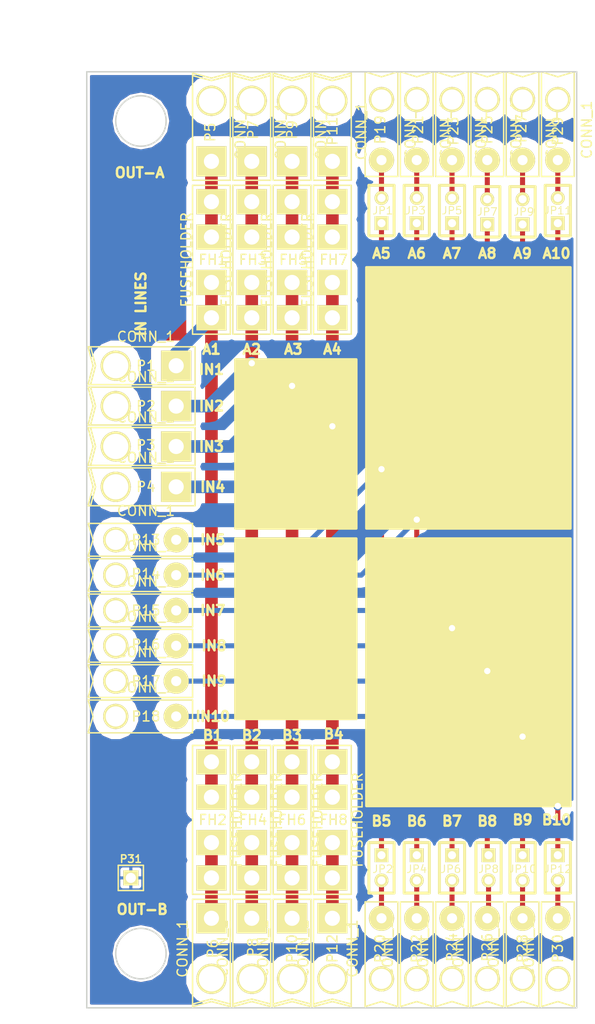
<source format=kicad_pcb>
(kicad_pcb (version 4) (host pcbnew 4.0.1-stable)

  (general
    (links 56)
    (no_connects 0)
    (area 180.946063 46.947 244.4242 149.860001)
    (thickness 1.6)
    (drawings 52)
    (tracks 86)
    (zones 0)
    (modules 51)
    (nets 32)
  )

  (page A4)
  (layers
    (0 F.Cu signal)
    (31 B.Cu signal)
    (32 B.Adhes user)
    (33 F.Adhes user)
    (34 B.Paste user)
    (35 F.Paste user)
    (36 B.SilkS user)
    (37 F.SilkS user)
    (38 B.Mask user)
    (39 F.Mask user)
    (40 Dwgs.User user)
    (41 Cmts.User user)
    (42 Eco1.User user)
    (43 Eco2.User user)
    (44 Edge.Cuts user)
  )

  (setup
    (last_trace_width 0.508)
    (user_trace_width 1.27)
    (trace_clearance 1.016)
    (zone_clearance 0.254)
    (zone_45_only yes)
    (trace_min 0.254)
    (segment_width 0.2)
    (edge_width 0.15)
    (via_size 0.889)
    (via_drill 0.635)
    (via_min_size 0.889)
    (via_min_drill 0.508)
    (uvia_size 0.508)
    (uvia_drill 0.127)
    (uvias_allowed no)
    (uvia_min_size 0.508)
    (uvia_min_drill 0.127)
    (pcb_text_width 0.3)
    (pcb_text_size 1 1)
    (mod_edge_width 0.15)
    (mod_text_size 1 1)
    (mod_text_width 0.15)
    (pad_size 3.048 3.048)
    (pad_drill 2.54)
    (pad_to_mask_clearance 0)
    (aux_axis_origin 0 0)
    (visible_elements 7FFEFFFF)
    (pcbplotparams
      (layerselection 0x00030_80000001)
      (usegerberextensions false)
      (excludeedgelayer true)
      (linewidth 0.150000)
      (plotframeref false)
      (viasonmask false)
      (mode 1)
      (useauxorigin false)
      (hpglpennumber 1)
      (hpglpenspeed 20)
      (hpglpendiameter 15)
      (hpglpenoverlay 2)
      (psnegative false)
      (psa4output false)
      (plotreference true)
      (plotvalue true)
      (plotinvisibletext false)
      (padsonsilk false)
      (subtractmaskfromsilk false)
      (outputformat 4)
      (mirror false)
      (drillshape 0)
      (scaleselection 1)
      (outputdirectory gerber))
  )

  (net 0 "")
  (net 1 GND)
  (net 2 N-000001)
  (net 3 N-0000010)
  (net 4 N-0000011)
  (net 5 N-0000012)
  (net 6 N-0000014)
  (net 7 N-0000015)
  (net 8 N-0000016)
  (net 9 N-0000017)
  (net 10 N-0000018)
  (net 11 N-0000019)
  (net 12 N-000002)
  (net 13 N-0000020)
  (net 14 N-0000021)
  (net 15 N-0000022)
  (net 16 N-0000023)
  (net 17 N-0000024)
  (net 18 N-0000025)
  (net 19 N-0000026)
  (net 20 N-0000027)
  (net 21 N-0000028)
  (net 22 N-0000029)
  (net 23 N-000003)
  (net 24 N-0000030)
  (net 25 N-0000031)
  (net 26 N-000004)
  (net 27 N-000005)
  (net 28 N-000006)
  (net 29 N-000007)
  (net 30 N-000008)
  (net 31 N-000009)

  (net_class Default "Это класс цепей по умолчанию."
    (clearance 1.016)
    (trace_width 0.508)
    (via_dia 0.889)
    (via_drill 0.635)
    (uvia_dia 0.508)
    (uvia_drill 0.127)
    (add_net GND)
    (add_net N-000001)
    (add_net N-0000010)
    (add_net N-0000011)
    (add_net N-0000012)
    (add_net N-0000014)
    (add_net N-0000015)
    (add_net N-0000016)
    (add_net N-0000017)
    (add_net N-0000018)
    (add_net N-0000019)
    (add_net N-000002)
    (add_net N-0000020)
    (add_net N-0000021)
    (add_net N-0000022)
    (add_net N-0000023)
    (add_net N-0000024)
    (add_net N-0000025)
    (add_net N-0000026)
    (add_net N-0000027)
    (add_net N-0000028)
    (add_net N-0000029)
    (add_net N-000003)
    (add_net N-0000030)
    (add_net N-0000031)
    (add_net N-000004)
    (add_net N-000005)
    (add_net N-000006)
    (add_net N-000007)
    (add_net N-000008)
    (add_net N-000009)
  )

  (module FUSEHOLDER (layer F.Cu) (tedit 56CCF86A) (tstamp 52EA24E6)
    (at 204.724 72.898 90)
    (path /52EA0D5E)
    (fp_text reference FH1 (at 0 0.127 180) (layer F.SilkS)
      (effects (font (size 1 1) (thickness 0.15)))
    )
    (fp_text value FUSEHOLDER (at 0 -2.54 90) (layer F.SilkS)
      (effects (font (size 1 1) (thickness 0.15)))
    )
    (fp_line (start -7.493 -1.905) (end 7.493 -1.905) (layer F.SilkS) (width 0.15))
    (fp_line (start 7.493 -1.905) (end 7.493 1.905) (layer F.SilkS) (width 0.15))
    (fp_line (start 7.493 1.905) (end -7.493 1.905) (layer F.SilkS) (width 0.15))
    (fp_line (start -7.493 1.905) (end -7.493 -1.905) (layer F.SilkS) (width 0.15))
    (pad 1 thru_hole rect (at -5.842 0 90) (size 2.54 3.048) (drill 1.524) (layers *.Cu *.Mask F.SilkS)
      (net 15 N-0000022))
    (pad 1 thru_hole rect (at -2.286 0 90) (size 2.54 3.048) (drill 1.524) (layers *.Cu *.Mask F.SilkS)
      (net 15 N-0000022))
    (pad 2 thru_hole rect (at 2.286 0 90) (size 2.54 3.048) (drill 1.524) (layers *.Cu *.Mask F.SilkS)
      (net 17 N-0000024))
    (pad 2 thru_hole rect (at 5.842 0 90) (size 2.54 3.048) (drill 1.524) (layers *.Cu *.Mask F.SilkS)
      (net 17 N-0000024))
  )

  (module FUSEHOLDER (layer F.Cu) (tedit 56CCF83B) (tstamp 52EA24F2)
    (at 204.724 129.286 270)
    (path /52EA0D6D)
    (fp_text reference FH2 (at 0 -0.127 360) (layer F.SilkS)
      (effects (font (size 1 1) (thickness 0.15)))
    )
    (fp_text value FUSEHOLDER (at 0 -2.54 270) (layer F.SilkS)
      (effects (font (size 1 1) (thickness 0.15)))
    )
    (fp_line (start -7.493 -1.905) (end 7.493 -1.905) (layer F.SilkS) (width 0.15))
    (fp_line (start 7.493 -1.905) (end 7.493 1.905) (layer F.SilkS) (width 0.15))
    (fp_line (start 7.493 1.905) (end -7.493 1.905) (layer F.SilkS) (width 0.15))
    (fp_line (start -7.493 1.905) (end -7.493 -1.905) (layer F.SilkS) (width 0.15))
    (pad 1 thru_hole rect (at -5.842 0 270) (size 2.54 3.048) (drill 1.524) (layers *.Cu *.Mask F.SilkS)
      (net 15 N-0000022))
    (pad 1 thru_hole rect (at -2.286 0 270) (size 2.54 3.048) (drill 1.524) (layers *.Cu *.Mask F.SilkS)
      (net 15 N-0000022))
    (pad 2 thru_hole rect (at 2.286 0 270) (size 2.54 3.048) (drill 1.524) (layers *.Cu *.Mask F.SilkS)
      (net 16 N-0000023))
    (pad 2 thru_hole rect (at 5.842 0 270) (size 2.54 3.048) (drill 1.524) (layers *.Cu *.Mask F.SilkS)
      (net 16 N-0000023))
  )

  (module FUSEHOLDER (layer F.Cu) (tedit 56CCF876) (tstamp 52EA24FE)
    (at 208.788 72.898 90)
    (path /52EA20ED)
    (fp_text reference FH3 (at 0 0.127 180) (layer F.SilkS)
      (effects (font (size 1 1) (thickness 0.15)))
    )
    (fp_text value FUSEHOLDER (at 0 -2.54 90) (layer F.SilkS)
      (effects (font (size 1 1) (thickness 0.15)))
    )
    (fp_line (start -7.493 -1.905) (end 7.493 -1.905) (layer F.SilkS) (width 0.15))
    (fp_line (start 7.493 -1.905) (end 7.493 1.905) (layer F.SilkS) (width 0.15))
    (fp_line (start 7.493 1.905) (end -7.493 1.905) (layer F.SilkS) (width 0.15))
    (fp_line (start -7.493 1.905) (end -7.493 -1.905) (layer F.SilkS) (width 0.15))
    (pad 1 thru_hole rect (at -5.842 0 90) (size 2.54 3.048) (drill 1.524) (layers *.Cu *.Mask F.SilkS)
      (net 11 N-0000019))
    (pad 1 thru_hole rect (at -2.286 0 90) (size 2.54 3.048) (drill 1.524) (layers *.Cu *.Mask F.SilkS)
      (net 11 N-0000019))
    (pad 2 thru_hole rect (at 2.286 0 90) (size 2.54 3.048) (drill 1.524) (layers *.Cu *.Mask F.SilkS)
      (net 14 N-0000021))
    (pad 2 thru_hole rect (at 5.842 0 90) (size 2.54 3.048) (drill 1.524) (layers *.Cu *.Mask F.SilkS)
      (net 14 N-0000021))
  )

  (module FUSEHOLDER (layer F.Cu) (tedit 56CCF856) (tstamp 52EA250A)
    (at 208.788 129.286 270)
    (path /52EA20F3)
    (fp_text reference FH4 (at 0 -0.127 360) (layer F.SilkS)
      (effects (font (size 1 1) (thickness 0.15)))
    )
    (fp_text value FUSEHOLDER (at 0 -2.54 270) (layer F.SilkS)
      (effects (font (size 1 1) (thickness 0.15)))
    )
    (fp_line (start -7.493 -1.905) (end 7.493 -1.905) (layer F.SilkS) (width 0.15))
    (fp_line (start 7.493 -1.905) (end 7.493 1.905) (layer F.SilkS) (width 0.15))
    (fp_line (start 7.493 1.905) (end -7.493 1.905) (layer F.SilkS) (width 0.15))
    (fp_line (start -7.493 1.905) (end -7.493 -1.905) (layer F.SilkS) (width 0.15))
    (pad 1 thru_hole rect (at -5.842 0 270) (size 2.54 3.048) (drill 1.524) (layers *.Cu *.Mask F.SilkS)
      (net 11 N-0000019))
    (pad 1 thru_hole rect (at -2.286 0 270) (size 2.54 3.048) (drill 1.524) (layers *.Cu *.Mask F.SilkS)
      (net 11 N-0000019))
    (pad 2 thru_hole rect (at 2.286 0 270) (size 2.54 3.048) (drill 1.524) (layers *.Cu *.Mask F.SilkS)
      (net 13 N-0000020))
    (pad 2 thru_hole rect (at 5.842 0 270) (size 2.54 3.048) (drill 1.524) (layers *.Cu *.Mask F.SilkS)
      (net 13 N-0000020))
  )

  (module FUSEHOLDER (layer F.Cu) (tedit 56CCF86E) (tstamp 52EA2516)
    (at 212.852 72.898 90)
    (path /52EA2111)
    (fp_text reference FH5 (at 0 0.127 180) (layer F.SilkS)
      (effects (font (size 1 1) (thickness 0.15)))
    )
    (fp_text value FUSEHOLDER (at 0 -2.54 90) (layer F.SilkS)
      (effects (font (size 1 1) (thickness 0.15)))
    )
    (fp_line (start -7.493 -1.905) (end 7.493 -1.905) (layer F.SilkS) (width 0.15))
    (fp_line (start 7.493 -1.905) (end 7.493 1.905) (layer F.SilkS) (width 0.15))
    (fp_line (start 7.493 1.905) (end -7.493 1.905) (layer F.SilkS) (width 0.15))
    (fp_line (start -7.493 1.905) (end -7.493 -1.905) (layer F.SilkS) (width 0.15))
    (pad 1 thru_hole rect (at -5.842 0 90) (size 2.54 3.048) (drill 1.524) (layers *.Cu *.Mask F.SilkS)
      (net 22 N-0000029))
    (pad 1 thru_hole rect (at -2.286 0 90) (size 2.54 3.048) (drill 1.524) (layers *.Cu *.Mask F.SilkS)
      (net 22 N-0000029))
    (pad 2 thru_hole rect (at 2.286 0 90) (size 2.54 3.048) (drill 1.524) (layers *.Cu *.Mask F.SilkS)
      (net 25 N-0000031))
    (pad 2 thru_hole rect (at 5.842 0 90) (size 2.54 3.048) (drill 1.524) (layers *.Cu *.Mask F.SilkS)
      (net 25 N-0000031))
  )

  (module FUSEHOLDER (layer F.Cu) (tedit 56CCF859) (tstamp 52EA2522)
    (at 212.852 129.286 270)
    (path /52EA2117)
    (fp_text reference FH6 (at 0 0 360) (layer F.SilkS)
      (effects (font (size 1 1) (thickness 0.15)))
    )
    (fp_text value FUSEHOLDER (at 0 -2.54 270) (layer F.SilkS)
      (effects (font (size 1 1) (thickness 0.15)))
    )
    (fp_line (start -7.493 -1.905) (end 7.493 -1.905) (layer F.SilkS) (width 0.15))
    (fp_line (start 7.493 -1.905) (end 7.493 1.905) (layer F.SilkS) (width 0.15))
    (fp_line (start 7.493 1.905) (end -7.493 1.905) (layer F.SilkS) (width 0.15))
    (fp_line (start -7.493 1.905) (end -7.493 -1.905) (layer F.SilkS) (width 0.15))
    (pad 1 thru_hole rect (at -5.842 0 270) (size 2.54 3.048) (drill 1.524) (layers *.Cu *.Mask F.SilkS)
      (net 22 N-0000029))
    (pad 1 thru_hole rect (at -2.286 0 270) (size 2.54 3.048) (drill 1.524) (layers *.Cu *.Mask F.SilkS)
      (net 22 N-0000029))
    (pad 2 thru_hole rect (at 2.286 0 270) (size 2.54 3.048) (drill 1.524) (layers *.Cu *.Mask F.SilkS)
      (net 24 N-0000030))
    (pad 2 thru_hole rect (at 5.842 0 270) (size 2.54 3.048) (drill 1.524) (layers *.Cu *.Mask F.SilkS)
      (net 24 N-0000030))
  )

  (module FUSEHOLDER (layer F.Cu) (tedit 56CCF870) (tstamp 52EA252E)
    (at 216.916 72.898 90)
    (path /52EA2135)
    (fp_text reference FH7 (at 0 0.127 180) (layer F.SilkS)
      (effects (font (size 1 1) (thickness 0.15)))
    )
    (fp_text value FUSEHOLDER (at 0 -2.54 90) (layer F.SilkS)
      (effects (font (size 1 1) (thickness 0.15)))
    )
    (fp_line (start -7.493 -1.905) (end 7.493 -1.905) (layer F.SilkS) (width 0.15))
    (fp_line (start 7.493 -1.905) (end 7.493 1.905) (layer F.SilkS) (width 0.15))
    (fp_line (start 7.493 1.905) (end -7.493 1.905) (layer F.SilkS) (width 0.15))
    (fp_line (start -7.493 1.905) (end -7.493 -1.905) (layer F.SilkS) (width 0.15))
    (pad 1 thru_hole rect (at -5.842 0 90) (size 2.54 3.048) (drill 1.524) (layers *.Cu *.Mask F.SilkS)
      (net 19 N-0000026))
    (pad 1 thru_hole rect (at -2.286 0 90) (size 2.54 3.048) (drill 1.524) (layers *.Cu *.Mask F.SilkS)
      (net 19 N-0000026))
    (pad 2 thru_hole rect (at 2.286 0 90) (size 2.54 3.048) (drill 1.524) (layers *.Cu *.Mask F.SilkS)
      (net 21 N-0000028))
    (pad 2 thru_hole rect (at 5.842 0 90) (size 2.54 3.048) (drill 1.524) (layers *.Cu *.Mask F.SilkS)
      (net 21 N-0000028))
  )

  (module FUSEHOLDER (layer F.Cu) (tedit 56CCF840) (tstamp 52EA253A)
    (at 216.916 129.286 270)
    (path /52EA213B)
    (fp_text reference FH8 (at 0 -0.127 360) (layer F.SilkS)
      (effects (font (size 1 1) (thickness 0.15)))
    )
    (fp_text value FUSEHOLDER (at 0 -2.54 270) (layer F.SilkS)
      (effects (font (size 1 1) (thickness 0.15)))
    )
    (fp_line (start -7.493 -1.905) (end 7.493 -1.905) (layer F.SilkS) (width 0.15))
    (fp_line (start 7.493 -1.905) (end 7.493 1.905) (layer F.SilkS) (width 0.15))
    (fp_line (start 7.493 1.905) (end -7.493 1.905) (layer F.SilkS) (width 0.15))
    (fp_line (start -7.493 1.905) (end -7.493 -1.905) (layer F.SilkS) (width 0.15))
    (pad 1 thru_hole rect (at -5.842 0 270) (size 2.54 3.048) (drill 1.524) (layers *.Cu *.Mask F.SilkS)
      (net 19 N-0000026))
    (pad 1 thru_hole rect (at -2.286 0 270) (size 2.54 3.048) (drill 1.524) (layers *.Cu *.Mask F.SilkS)
      (net 19 N-0000026))
    (pad 2 thru_hole rect (at 2.286 0 270) (size 2.54 3.048) (drill 1.524) (layers *.Cu *.Mask F.SilkS)
      (net 20 N-0000027))
    (pad 2 thru_hole rect (at 5.842 0 270) (size 2.54 3.048) (drill 1.524) (layers *.Cu *.Mask F.SilkS)
      (net 20 N-0000027))
  )

  (module PIN_1_16AWG (layer F.Cu) (tedit 52EFBA40) (tstamp 52EA25BF)
    (at 198.12 83.566)
    (path /52EA0D7C)
    (fp_text reference P1 (at 0 0) (layer F.SilkS)
      (effects (font (size 1 1) (thickness 0.15)))
    )
    (fp_text value CONN_1 (at 0 -2.921) (layer F.SilkS)
      (effects (font (size 1 1) (thickness 0.15)))
    )
    (fp_line (start -5.08 0) (end -5.588 -1.905) (layer F.SilkS) (width 0.15))
    (fp_line (start -5.08 0) (end -5.588 1.905) (layer F.SilkS) (width 0.15))
    (fp_line (start -5.334 0) (end -5.842 1.905) (layer F.SilkS) (width 0.15))
    (fp_line (start -5.842 -1.905) (end -5.334 0) (layer F.SilkS) (width 0.15))
    (fp_line (start 4.953 -1.905) (end -5.842 -1.905) (layer F.SilkS) (width 0.15))
    (fp_line (start 4.953 -1.905) (end 4.953 1.905) (layer F.SilkS) (width 0.15))
    (fp_line (start 4.953 1.905) (end -5.842 1.905) (layer F.SilkS) (width 0.15))
    (pad 1 thru_hole rect (at 3.048 0) (size 3.048 3.048) (drill 1.524) (layers *.Cu *.Mask F.SilkS)
      (net 15 N-0000022))
    (pad "" thru_hole circle (at -3.048 0) (size 3.048 3.048) (drill 2.54) (layers *.Cu *.Mask F.SilkS))
  )

  (module PIN_1_16AWG (layer F.Cu) (tedit 52EFBA49) (tstamp 52EA25CC)
    (at 198.12 87.63)
    (path /52EA20F9)
    (fp_text reference P2 (at 0 0) (layer F.SilkS)
      (effects (font (size 1 1) (thickness 0.15)))
    )
    (fp_text value CONN_1 (at 0 -2.921) (layer F.SilkS)
      (effects (font (size 1 1) (thickness 0.15)))
    )
    (fp_line (start -5.08 0) (end -5.588 -1.905) (layer F.SilkS) (width 0.15))
    (fp_line (start -5.08 0) (end -5.588 1.905) (layer F.SilkS) (width 0.15))
    (fp_line (start -5.334 0) (end -5.842 1.905) (layer F.SilkS) (width 0.15))
    (fp_line (start -5.842 -1.905) (end -5.334 0) (layer F.SilkS) (width 0.15))
    (fp_line (start 4.953 -1.905) (end -5.842 -1.905) (layer F.SilkS) (width 0.15))
    (fp_line (start 4.953 -1.905) (end 4.953 1.905) (layer F.SilkS) (width 0.15))
    (fp_line (start 4.953 1.905) (end -5.842 1.905) (layer F.SilkS) (width 0.15))
    (pad 1 thru_hole rect (at 3.048 0) (size 3.048 3.048) (drill 1.524) (layers *.Cu *.Mask F.SilkS)
      (net 11 N-0000019))
    (pad "" thru_hole circle (at -3.048 0) (size 3.048 3.048) (drill 2.54) (layers *.Cu *.Mask F.SilkS))
  )

  (module PIN_1_16AWG (layer F.Cu) (tedit 52EFBB15) (tstamp 52EA25D9)
    (at 198.12 91.694)
    (path /52EA211D)
    (fp_text reference P3 (at 0 -0.127) (layer F.SilkS)
      (effects (font (size 1 1) (thickness 0.15)))
    )
    (fp_text value CONN_1 (at 0 -2.921) (layer F.SilkS)
      (effects (font (size 1 1) (thickness 0.15)))
    )
    (fp_line (start -5.08 0) (end -5.588 -1.905) (layer F.SilkS) (width 0.15))
    (fp_line (start -5.08 0) (end -5.588 1.905) (layer F.SilkS) (width 0.15))
    (fp_line (start -5.334 0) (end -5.842 1.905) (layer F.SilkS) (width 0.15))
    (fp_line (start -5.842 -1.905) (end -5.334 0) (layer F.SilkS) (width 0.15))
    (fp_line (start 4.953 -1.905) (end -5.842 -1.905) (layer F.SilkS) (width 0.15))
    (fp_line (start 4.953 -1.905) (end 4.953 1.905) (layer F.SilkS) (width 0.15))
    (fp_line (start 4.953 1.905) (end -5.842 1.905) (layer F.SilkS) (width 0.15))
    (pad 1 thru_hole rect (at 3.048 0) (size 3.048 3.048) (drill 1.524) (layers *.Cu *.Mask F.SilkS)
      (net 22 N-0000029))
    (pad "" thru_hole circle (at -3.048 0) (size 3.048 3.048) (drill 2.54) (layers *.Cu *.Mask F.SilkS))
  )

  (module PIN_1_16AWG (layer F.Cu) (tedit 52EFBB19) (tstamp 52EA25E6)
    (at 198.12 95.758)
    (path /52EA2141)
    (fp_text reference P4 (at 0 0) (layer F.SilkS)
      (effects (font (size 1 1) (thickness 0.15)))
    )
    (fp_text value CONN_1 (at 0 -2.921) (layer F.SilkS)
      (effects (font (size 1 1) (thickness 0.15)))
    )
    (fp_line (start -5.08 0) (end -5.588 -1.905) (layer F.SilkS) (width 0.15))
    (fp_line (start -5.08 0) (end -5.588 1.905) (layer F.SilkS) (width 0.15))
    (fp_line (start -5.334 0) (end -5.842 1.905) (layer F.SilkS) (width 0.15))
    (fp_line (start -5.842 -1.905) (end -5.334 0) (layer F.SilkS) (width 0.15))
    (fp_line (start 4.953 -1.905) (end -5.842 -1.905) (layer F.SilkS) (width 0.15))
    (fp_line (start 4.953 -1.905) (end 4.953 1.905) (layer F.SilkS) (width 0.15))
    (fp_line (start 4.953 1.905) (end -5.842 1.905) (layer F.SilkS) (width 0.15))
    (pad 1 thru_hole rect (at 3.048 0) (size 3.048 3.048) (drill 1.524) (layers *.Cu *.Mask F.SilkS)
      (net 19 N-0000026))
    (pad "" thru_hole circle (at -3.048 0) (size 3.048 3.048) (drill 2.54) (layers *.Cu *.Mask F.SilkS))
  )

  (module PIN_1_16AWG (layer F.Cu) (tedit 52EFBC48) (tstamp 52EA25F3)
    (at 204.724 59.944 270)
    (path /52EA0D8F)
    (fp_text reference P5 (at 0.127 0.127 270) (layer F.SilkS)
      (effects (font (size 1 1) (thickness 0.15)))
    )
    (fp_text value CONN_1 (at 0 -2.921 270) (layer F.SilkS)
      (effects (font (size 1 1) (thickness 0.15)))
    )
    (fp_line (start -5.08 0) (end -5.588 -1.905) (layer F.SilkS) (width 0.15))
    (fp_line (start -5.08 0) (end -5.588 1.905) (layer F.SilkS) (width 0.15))
    (fp_line (start -5.334 0) (end -5.842 1.905) (layer F.SilkS) (width 0.15))
    (fp_line (start -5.842 -1.905) (end -5.334 0) (layer F.SilkS) (width 0.15))
    (fp_line (start 4.953 -1.905) (end -5.842 -1.905) (layer F.SilkS) (width 0.15))
    (fp_line (start 4.953 -1.905) (end 4.953 1.905) (layer F.SilkS) (width 0.15))
    (fp_line (start 4.953 1.905) (end -5.842 1.905) (layer F.SilkS) (width 0.15))
    (pad 1 thru_hole rect (at 3.048 0 270) (size 3.048 3.048) (drill 1.524) (layers *.Cu *.Mask F.SilkS)
      (net 17 N-0000024))
    (pad "" thru_hole circle (at -3.048 0 270) (size 3.048 3.048) (drill 2.54) (layers *.Cu *.Mask F.SilkS))
  )

  (module PIN_1_16AWG (layer F.Cu) (tedit 52EFBB57) (tstamp 52EA2600)
    (at 204.724 142.24 90)
    (path /52EA0D89)
    (fp_text reference P6 (at 0 0.127 90) (layer F.SilkS)
      (effects (font (size 1 1) (thickness 0.15)))
    )
    (fp_text value CONN_1 (at 0 -2.921 90) (layer F.SilkS)
      (effects (font (size 1 1) (thickness 0.15)))
    )
    (fp_line (start -5.08 0) (end -5.588 -1.905) (layer F.SilkS) (width 0.15))
    (fp_line (start -5.08 0) (end -5.588 1.905) (layer F.SilkS) (width 0.15))
    (fp_line (start -5.334 0) (end -5.842 1.905) (layer F.SilkS) (width 0.15))
    (fp_line (start -5.842 -1.905) (end -5.334 0) (layer F.SilkS) (width 0.15))
    (fp_line (start 4.953 -1.905) (end -5.842 -1.905) (layer F.SilkS) (width 0.15))
    (fp_line (start 4.953 -1.905) (end 4.953 1.905) (layer F.SilkS) (width 0.15))
    (fp_line (start 4.953 1.905) (end -5.842 1.905) (layer F.SilkS) (width 0.15))
    (pad 1 thru_hole rect (at 3.048 0 90) (size 3.048 3.048) (drill 1.524) (layers *.Cu *.Mask F.SilkS)
      (net 16 N-0000023))
    (pad "" thru_hole circle (at -3.048 0 90) (size 3.048 3.048) (drill 2.54) (layers *.Cu *.Mask F.SilkS))
  )

  (module PIN_1_16AWG (layer F.Cu) (tedit 52EFBC45) (tstamp 52EA260D)
    (at 208.788 59.944 270)
    (path /52EA2105)
    (fp_text reference P7 (at -0.127 -0.127 270) (layer F.SilkS)
      (effects (font (size 1 1) (thickness 0.15)))
    )
    (fp_text value CONN_1 (at 0 -2.921 270) (layer F.SilkS)
      (effects (font (size 1 1) (thickness 0.15)))
    )
    (fp_line (start -5.08 0) (end -5.588 -1.905) (layer F.SilkS) (width 0.15))
    (fp_line (start -5.08 0) (end -5.588 1.905) (layer F.SilkS) (width 0.15))
    (fp_line (start -5.334 0) (end -5.842 1.905) (layer F.SilkS) (width 0.15))
    (fp_line (start -5.842 -1.905) (end -5.334 0) (layer F.SilkS) (width 0.15))
    (fp_line (start 4.953 -1.905) (end -5.842 -1.905) (layer F.SilkS) (width 0.15))
    (fp_line (start 4.953 -1.905) (end 4.953 1.905) (layer F.SilkS) (width 0.15))
    (fp_line (start 4.953 1.905) (end -5.842 1.905) (layer F.SilkS) (width 0.15))
    (pad 1 thru_hole rect (at 3.048 0 270) (size 3.048 3.048) (drill 1.524) (layers *.Cu *.Mask F.SilkS)
      (net 14 N-0000021))
    (pad "" thru_hole circle (at -3.048 0 270) (size 3.048 3.048) (drill 2.54) (layers *.Cu *.Mask F.SilkS))
  )

  (module PIN_1_16AWG (layer F.Cu) (tedit 52EFBB5C) (tstamp 52EA261A)
    (at 208.788 142.24 90)
    (path /52EA20FF)
    (fp_text reference P8 (at 0.127 0.127 90) (layer F.SilkS)
      (effects (font (size 1 1) (thickness 0.15)))
    )
    (fp_text value CONN_1 (at 0 -2.921 90) (layer F.SilkS)
      (effects (font (size 1 1) (thickness 0.15)))
    )
    (fp_line (start -5.08 0) (end -5.588 -1.905) (layer F.SilkS) (width 0.15))
    (fp_line (start -5.08 0) (end -5.588 1.905) (layer F.SilkS) (width 0.15))
    (fp_line (start -5.334 0) (end -5.842 1.905) (layer F.SilkS) (width 0.15))
    (fp_line (start -5.842 -1.905) (end -5.334 0) (layer F.SilkS) (width 0.15))
    (fp_line (start 4.953 -1.905) (end -5.842 -1.905) (layer F.SilkS) (width 0.15))
    (fp_line (start 4.953 -1.905) (end 4.953 1.905) (layer F.SilkS) (width 0.15))
    (fp_line (start 4.953 1.905) (end -5.842 1.905) (layer F.SilkS) (width 0.15))
    (pad 1 thru_hole rect (at 3.048 0 90) (size 3.048 3.048) (drill 1.524) (layers *.Cu *.Mask F.SilkS)
      (net 13 N-0000020))
    (pad "" thru_hole circle (at -3.048 0 90) (size 3.048 3.048) (drill 2.54) (layers *.Cu *.Mask F.SilkS))
  )

  (module PIN_1_16AWG (layer F.Cu) (tedit 52EFBC41) (tstamp 52EA2627)
    (at 212.852 59.944 270)
    (path /52EA2129)
    (fp_text reference P9 (at -0.127 0 270) (layer F.SilkS)
      (effects (font (size 1 1) (thickness 0.15)))
    )
    (fp_text value CONN_1 (at 0 -2.921 270) (layer F.SilkS)
      (effects (font (size 1 1) (thickness 0.15)))
    )
    (fp_line (start -5.08 0) (end -5.588 -1.905) (layer F.SilkS) (width 0.15))
    (fp_line (start -5.08 0) (end -5.588 1.905) (layer F.SilkS) (width 0.15))
    (fp_line (start -5.334 0) (end -5.842 1.905) (layer F.SilkS) (width 0.15))
    (fp_line (start -5.842 -1.905) (end -5.334 0) (layer F.SilkS) (width 0.15))
    (fp_line (start 4.953 -1.905) (end -5.842 -1.905) (layer F.SilkS) (width 0.15))
    (fp_line (start 4.953 -1.905) (end 4.953 1.905) (layer F.SilkS) (width 0.15))
    (fp_line (start 4.953 1.905) (end -5.842 1.905) (layer F.SilkS) (width 0.15))
    (pad 1 thru_hole rect (at 3.048 0 270) (size 3.048 3.048) (drill 1.524) (layers *.Cu *.Mask F.SilkS)
      (net 25 N-0000031))
    (pad "" thru_hole circle (at -3.048 0 270) (size 3.048 3.048) (drill 2.54) (layers *.Cu *.Mask F.SilkS))
  )

  (module PIN_1_16AWG (layer F.Cu) (tedit 52EFBB6A) (tstamp 52EA2634)
    (at 212.852 142.24 90)
    (path /52EA2123)
    (fp_text reference P10 (at 0 0 90) (layer F.SilkS)
      (effects (font (size 1 1) (thickness 0.15)))
    )
    (fp_text value CONN_1 (at 0 -2.921 90) (layer F.SilkS)
      (effects (font (size 1 1) (thickness 0.15)))
    )
    (fp_line (start -5.08 0) (end -5.588 -1.905) (layer F.SilkS) (width 0.15))
    (fp_line (start -5.08 0) (end -5.588 1.905) (layer F.SilkS) (width 0.15))
    (fp_line (start -5.334 0) (end -5.842 1.905) (layer F.SilkS) (width 0.15))
    (fp_line (start -5.842 -1.905) (end -5.334 0) (layer F.SilkS) (width 0.15))
    (fp_line (start 4.953 -1.905) (end -5.842 -1.905) (layer F.SilkS) (width 0.15))
    (fp_line (start 4.953 -1.905) (end 4.953 1.905) (layer F.SilkS) (width 0.15))
    (fp_line (start 4.953 1.905) (end -5.842 1.905) (layer F.SilkS) (width 0.15))
    (pad 1 thru_hole rect (at 3.048 0 90) (size 3.048 3.048) (drill 1.524) (layers *.Cu *.Mask F.SilkS)
      (net 24 N-0000030))
    (pad "" thru_hole circle (at -3.048 0 90) (size 3.048 3.048) (drill 2.54) (layers *.Cu *.Mask F.SilkS))
  )

  (module PIN_1_16AWG (layer F.Cu) (tedit 52EFBC3D) (tstamp 52EA2641)
    (at 216.916 59.944 270)
    (path /52EA214D)
    (fp_text reference P11 (at 0 0 270) (layer F.SilkS)
      (effects (font (size 1 1) (thickness 0.15)))
    )
    (fp_text value CONN_1 (at 0 -2.921 270) (layer F.SilkS)
      (effects (font (size 1 1) (thickness 0.15)))
    )
    (fp_line (start -5.08 0) (end -5.588 -1.905) (layer F.SilkS) (width 0.15))
    (fp_line (start -5.08 0) (end -5.588 1.905) (layer F.SilkS) (width 0.15))
    (fp_line (start -5.334 0) (end -5.842 1.905) (layer F.SilkS) (width 0.15))
    (fp_line (start -5.842 -1.905) (end -5.334 0) (layer F.SilkS) (width 0.15))
    (fp_line (start 4.953 -1.905) (end -5.842 -1.905) (layer F.SilkS) (width 0.15))
    (fp_line (start 4.953 -1.905) (end 4.953 1.905) (layer F.SilkS) (width 0.15))
    (fp_line (start 4.953 1.905) (end -5.842 1.905) (layer F.SilkS) (width 0.15))
    (pad 1 thru_hole rect (at 3.048 0 270) (size 3.048 3.048) (drill 1.524) (layers *.Cu *.Mask F.SilkS)
      (net 21 N-0000028))
    (pad "" thru_hole circle (at -3.048 0 270) (size 3.048 3.048) (drill 2.54) (layers *.Cu *.Mask F.SilkS))
  )

  (module PIN_1_16AWG (layer F.Cu) (tedit 52EFBB67) (tstamp 52EA264E)
    (at 216.916 142.24 90)
    (path /52EA2147)
    (fp_text reference P12 (at 0 0 90) (layer F.SilkS)
      (effects (font (size 1 1) (thickness 0.15)))
    )
    (fp_text value CONN_1 (at 0 -2.921 90) (layer F.SilkS)
      (effects (font (size 1 1) (thickness 0.15)))
    )
    (fp_line (start -5.08 0) (end -5.588 -1.905) (layer F.SilkS) (width 0.15))
    (fp_line (start -5.08 0) (end -5.588 1.905) (layer F.SilkS) (width 0.15))
    (fp_line (start -5.334 0) (end -5.842 1.905) (layer F.SilkS) (width 0.15))
    (fp_line (start -5.842 -1.905) (end -5.334 0) (layer F.SilkS) (width 0.15))
    (fp_line (start 4.953 -1.905) (end -5.842 -1.905) (layer F.SilkS) (width 0.15))
    (fp_line (start 4.953 -1.905) (end 4.953 1.905) (layer F.SilkS) (width 0.15))
    (fp_line (start 4.953 1.905) (end -5.842 1.905) (layer F.SilkS) (width 0.15))
    (pad 1 thru_hole rect (at 3.048 0 90) (size 3.048 3.048) (drill 1.524) (layers *.Cu *.Mask F.SilkS)
      (net 20 N-0000027))
    (pad "" thru_hole circle (at -3.048 0 90) (size 3.048 3.048) (drill 2.54) (layers *.Cu *.Mask F.SilkS))
  )

  (module PIN_1_20AWG (layer F.Cu) (tedit 52EFBB20) (tstamp 52EA2659)
    (at 198.12 101.092)
    (path /52EA2093)
    (fp_text reference P13 (at 0 0) (layer F.SilkS)
      (effects (font (size 1 1) (thickness 0.15)))
    )
    (fp_text value CONN_1 (at 0 -2.921) (layer F.SilkS)
      (effects (font (size 1 1) (thickness 0.15)))
    )
    (fp_line (start -5.334 0) (end -5.842 1.651) (layer F.SilkS) (width 0.15))
    (fp_line (start -5.842 -1.651) (end -5.334 0) (layer F.SilkS) (width 0.15))
    (fp_line (start 4.699 1.651) (end -5.842 1.651) (layer F.SilkS) (width 0.15))
    (fp_line (start 4.699 -1.651) (end -5.842 -1.651) (layer F.SilkS) (width 0.15))
    (fp_line (start 4.699 -1.651) (end 4.699 1.651) (layer F.SilkS) (width 0.15))
    (pad 1 thru_hole circle (at 3.048 0) (size 2.54 2.54) (drill 1.016) (layers *.Cu *.Mask F.SilkS)
      (net 18 N-0000025))
    (pad "" thru_hole circle (at -3.048 0) (size 2.54 2.54) (drill 2.032) (layers *.Cu *.Mask F.SilkS))
  )

  (module PIN_1_20AWG (layer F.Cu) (tedit 52EFBB24) (tstamp 52EA2664)
    (at 198.12 104.648)
    (path /52EA2159)
    (fp_text reference P14 (at 0 -0.127) (layer F.SilkS)
      (effects (font (size 1 1) (thickness 0.15)))
    )
    (fp_text value CONN_1 (at 0 -2.921) (layer F.SilkS)
      (effects (font (size 1 1) (thickness 0.15)))
    )
    (fp_line (start -5.334 0) (end -5.842 1.651) (layer F.SilkS) (width 0.15))
    (fp_line (start -5.842 -1.651) (end -5.334 0) (layer F.SilkS) (width 0.15))
    (fp_line (start 4.699 1.651) (end -5.842 1.651) (layer F.SilkS) (width 0.15))
    (fp_line (start 4.699 -1.651) (end -5.842 -1.651) (layer F.SilkS) (width 0.15))
    (fp_line (start 4.699 -1.651) (end 4.699 1.651) (layer F.SilkS) (width 0.15))
    (pad 1 thru_hole circle (at 3.048 0) (size 2.54 2.54) (drill 1.016) (layers *.Cu *.Mask F.SilkS)
      (net 28 N-000006))
    (pad "" thru_hole circle (at -3.048 0) (size 2.54 2.54) (drill 2.032) (layers *.Cu *.Mask F.SilkS))
  )

  (module PIN_1_20AWG (layer F.Cu) (tedit 52EFBB28) (tstamp 52EA266F)
    (at 198.12 108.204)
    (path /52EA217D)
    (fp_text reference P15 (at 0 0) (layer F.SilkS)
      (effects (font (size 1 1) (thickness 0.15)))
    )
    (fp_text value CONN_1 (at 0 -2.921) (layer F.SilkS)
      (effects (font (size 1 1) (thickness 0.15)))
    )
    (fp_line (start -5.334 0) (end -5.842 1.651) (layer F.SilkS) (width 0.15))
    (fp_line (start -5.842 -1.651) (end -5.334 0) (layer F.SilkS) (width 0.15))
    (fp_line (start 4.699 1.651) (end -5.842 1.651) (layer F.SilkS) (width 0.15))
    (fp_line (start 4.699 -1.651) (end -5.842 -1.651) (layer F.SilkS) (width 0.15))
    (fp_line (start 4.699 -1.651) (end 4.699 1.651) (layer F.SilkS) (width 0.15))
    (pad 1 thru_hole circle (at 3.048 0) (size 2.54 2.54) (drill 1.016) (layers *.Cu *.Mask F.SilkS)
      (net 29 N-000007))
    (pad "" thru_hole circle (at -3.048 0) (size 2.54 2.54) (drill 2.032) (layers *.Cu *.Mask F.SilkS))
  )

  (module PIN_1_20AWG (layer F.Cu) (tedit 52EFBB2E) (tstamp 52EA267A)
    (at 198.12 111.76)
    (path /52EA21A1)
    (fp_text reference P16 (at 0 -0.127) (layer F.SilkS)
      (effects (font (size 1 1) (thickness 0.15)))
    )
    (fp_text value CONN_1 (at 0 -2.921) (layer F.SilkS)
      (effects (font (size 1 1) (thickness 0.15)))
    )
    (fp_line (start -5.334 0) (end -5.842 1.651) (layer F.SilkS) (width 0.15))
    (fp_line (start -5.842 -1.651) (end -5.334 0) (layer F.SilkS) (width 0.15))
    (fp_line (start 4.699 1.651) (end -5.842 1.651) (layer F.SilkS) (width 0.15))
    (fp_line (start 4.699 -1.651) (end -5.842 -1.651) (layer F.SilkS) (width 0.15))
    (fp_line (start 4.699 -1.651) (end 4.699 1.651) (layer F.SilkS) (width 0.15))
    (pad 1 thru_hole circle (at 3.048 0) (size 2.54 2.54) (drill 1.016) (layers *.Cu *.Mask F.SilkS)
      (net 23 N-000003))
    (pad "" thru_hole circle (at -3.048 0) (size 2.54 2.54) (drill 2.032) (layers *.Cu *.Mask F.SilkS))
  )

  (module PIN_1_20AWG (layer F.Cu) (tedit 52EFBB31) (tstamp 52EA2685)
    (at 198.12 115.316)
    (path /52EA21C5)
    (fp_text reference P17 (at 0 0) (layer F.SilkS)
      (effects (font (size 1 1) (thickness 0.15)))
    )
    (fp_text value CONN_1 (at 0 -2.921) (layer F.SilkS)
      (effects (font (size 1 1) (thickness 0.15)))
    )
    (fp_line (start -5.334 0) (end -5.842 1.651) (layer F.SilkS) (width 0.15))
    (fp_line (start -5.842 -1.651) (end -5.334 0) (layer F.SilkS) (width 0.15))
    (fp_line (start 4.699 1.651) (end -5.842 1.651) (layer F.SilkS) (width 0.15))
    (fp_line (start 4.699 -1.651) (end -5.842 -1.651) (layer F.SilkS) (width 0.15))
    (fp_line (start 4.699 -1.651) (end 4.699 1.651) (layer F.SilkS) (width 0.15))
    (pad 1 thru_hole circle (at 3.048 0) (size 2.54 2.54) (drill 1.016) (layers *.Cu *.Mask F.SilkS)
      (net 8 N-0000016))
    (pad "" thru_hole circle (at -3.048 0) (size 2.54 2.54) (drill 2.032) (layers *.Cu *.Mask F.SilkS))
  )

  (module PIN_1_20AWG (layer F.Cu) (tedit 52EFBB34) (tstamp 52EA2690)
    (at 198.12 118.872)
    (path /52EA21E9)
    (fp_text reference P18 (at 0 0) (layer F.SilkS)
      (effects (font (size 1 1) (thickness 0.15)))
    )
    (fp_text value CONN_1 (at 0 -2.921) (layer F.SilkS)
      (effects (font (size 1 1) (thickness 0.15)))
    )
    (fp_line (start -5.334 0) (end -5.842 1.651) (layer F.SilkS) (width 0.15))
    (fp_line (start -5.842 -1.651) (end -5.334 0) (layer F.SilkS) (width 0.15))
    (fp_line (start 4.699 1.651) (end -5.842 1.651) (layer F.SilkS) (width 0.15))
    (fp_line (start 4.699 -1.651) (end -5.842 -1.651) (layer F.SilkS) (width 0.15))
    (fp_line (start 4.699 -1.651) (end 4.699 1.651) (layer F.SilkS) (width 0.15))
    (pad 1 thru_hole circle (at 3.048 0) (size 2.54 2.54) (drill 1.016) (layers *.Cu *.Mask F.SilkS)
      (net 5 N-0000012))
    (pad "" thru_hole circle (at -3.048 0) (size 2.54 2.54) (drill 2.032) (layers *.Cu *.Mask F.SilkS))
  )

  (module PIN_1_20AWG (layer F.Cu) (tedit 52EFBC35) (tstamp 52EA269B)
    (at 221.869 59.817 270)
    (path /52EA209F)
    (fp_text reference P19 (at 0 0.127 270) (layer F.SilkS)
      (effects (font (size 1 1) (thickness 0.15)))
    )
    (fp_text value CONN_1 (at 0 -2.921 270) (layer F.SilkS)
      (effects (font (size 1 1) (thickness 0.15)))
    )
    (fp_line (start -5.334 0) (end -5.842 1.651) (layer F.SilkS) (width 0.15))
    (fp_line (start -5.842 -1.651) (end -5.334 0) (layer F.SilkS) (width 0.15))
    (fp_line (start 4.699 1.651) (end -5.842 1.651) (layer F.SilkS) (width 0.15))
    (fp_line (start 4.699 -1.651) (end -5.842 -1.651) (layer F.SilkS) (width 0.15))
    (fp_line (start 4.699 -1.651) (end 4.699 1.651) (layer F.SilkS) (width 0.15))
    (pad 1 thru_hole circle (at 3.048 0 270) (size 2.54 2.54) (drill 1.016) (layers *.Cu *.Mask F.SilkS)
      (net 9 N-0000017))
    (pad "" thru_hole circle (at -3.048 0 270) (size 2.54 2.54) (drill 2.032) (layers *.Cu *.Mask F.SilkS))
  )

  (module PIN_1_20AWG (layer F.Cu) (tedit 52EFBB71) (tstamp 52EA26A6)
    (at 221.869 142.24 90)
    (path /52EA2099)
    (fp_text reference P20 (at 0 -0.127 90) (layer F.SilkS)
      (effects (font (size 1 1) (thickness 0.15)))
    )
    (fp_text value CONN_1 (at 0 -2.921 90) (layer F.SilkS)
      (effects (font (size 1 1) (thickness 0.15)))
    )
    (fp_line (start -5.334 0) (end -5.842 1.651) (layer F.SilkS) (width 0.15))
    (fp_line (start -5.842 -1.651) (end -5.334 0) (layer F.SilkS) (width 0.15))
    (fp_line (start 4.699 1.651) (end -5.842 1.651) (layer F.SilkS) (width 0.15))
    (fp_line (start 4.699 -1.651) (end -5.842 -1.651) (layer F.SilkS) (width 0.15))
    (fp_line (start 4.699 -1.651) (end 4.699 1.651) (layer F.SilkS) (width 0.15))
    (pad 1 thru_hole circle (at 3.048 0 90) (size 2.54 2.54) (drill 1.016) (layers *.Cu *.Mask F.SilkS)
      (net 10 N-0000018))
    (pad "" thru_hole circle (at -3.048 0 90) (size 2.54 2.54) (drill 2.032) (layers *.Cu *.Mask F.SilkS))
  )

  (module PIN_1_20AWG (layer F.Cu) (tedit 52EFBC32) (tstamp 52EA26B1)
    (at 225.425 59.817 270)
    (path /52EA2165)
    (fp_text reference P21 (at 0 -0.127 270) (layer F.SilkS)
      (effects (font (size 1 1) (thickness 0.15)))
    )
    (fp_text value CONN_1 (at 0 -2.921 270) (layer F.SilkS)
      (effects (font (size 1 1) (thickness 0.15)))
    )
    (fp_line (start -5.334 0) (end -5.842 1.651) (layer F.SilkS) (width 0.15))
    (fp_line (start -5.842 -1.651) (end -5.334 0) (layer F.SilkS) (width 0.15))
    (fp_line (start 4.699 1.651) (end -5.842 1.651) (layer F.SilkS) (width 0.15))
    (fp_line (start 4.699 -1.651) (end -5.842 -1.651) (layer F.SilkS) (width 0.15))
    (fp_line (start 4.699 -1.651) (end 4.699 1.651) (layer F.SilkS) (width 0.15))
    (pad 1 thru_hole circle (at 3.048 0 270) (size 2.54 2.54) (drill 1.016) (layers *.Cu *.Mask F.SilkS)
      (net 26 N-000004))
    (pad "" thru_hole circle (at -3.048 0 270) (size 2.54 2.54) (drill 2.032) (layers *.Cu *.Mask F.SilkS))
  )

  (module PIN_1_20AWG (layer F.Cu) (tedit 52EFBB76) (tstamp 52EA3205)
    (at 225.425 142.24 90)
    (path /52EA215F)
    (fp_text reference P22 (at 0 0 90) (layer F.SilkS)
      (effects (font (size 1 1) (thickness 0.15)))
    )
    (fp_text value CONN_1 (at 0 -2.921 90) (layer F.SilkS)
      (effects (font (size 1 1) (thickness 0.15)))
    )
    (fp_line (start -5.334 0) (end -5.842 1.651) (layer F.SilkS) (width 0.15))
    (fp_line (start -5.842 -1.651) (end -5.334 0) (layer F.SilkS) (width 0.15))
    (fp_line (start 4.699 1.651) (end -5.842 1.651) (layer F.SilkS) (width 0.15))
    (fp_line (start 4.699 -1.651) (end -5.842 -1.651) (layer F.SilkS) (width 0.15))
    (fp_line (start 4.699 -1.651) (end 4.699 1.651) (layer F.SilkS) (width 0.15))
    (pad 1 thru_hole circle (at 3.048 0 90) (size 2.54 2.54) (drill 1.016) (layers *.Cu *.Mask F.SilkS)
      (net 27 N-000005))
    (pad "" thru_hole circle (at -3.048 0 90) (size 2.54 2.54) (drill 2.032) (layers *.Cu *.Mask F.SilkS))
  )

  (module PIN_1_20AWG (layer F.Cu) (tedit 52EFBC2F) (tstamp 52EA26C7)
    (at 228.981 59.817 270)
    (path /52EA2189)
    (fp_text reference P23 (at 0.127 -0.127 270) (layer F.SilkS)
      (effects (font (size 1 1) (thickness 0.15)))
    )
    (fp_text value CONN_1 (at 0 -2.921 270) (layer F.SilkS)
      (effects (font (size 1 1) (thickness 0.15)))
    )
    (fp_line (start -5.334 0) (end -5.842 1.651) (layer F.SilkS) (width 0.15))
    (fp_line (start -5.842 -1.651) (end -5.334 0) (layer F.SilkS) (width 0.15))
    (fp_line (start 4.699 1.651) (end -5.842 1.651) (layer F.SilkS) (width 0.15))
    (fp_line (start 4.699 -1.651) (end -5.842 -1.651) (layer F.SilkS) (width 0.15))
    (fp_line (start 4.699 -1.651) (end 4.699 1.651) (layer F.SilkS) (width 0.15))
    (pad 1 thru_hole circle (at 3.048 0 270) (size 2.54 2.54) (drill 1.016) (layers *.Cu *.Mask F.SilkS)
      (net 31 N-000009))
    (pad "" thru_hole circle (at -3.048 0 270) (size 2.54 2.54) (drill 2.032) (layers *.Cu *.Mask F.SilkS))
  )

  (module PIN_1_20AWG (layer F.Cu) (tedit 52EFBB7B) (tstamp 52EA26D2)
    (at 228.981 142.24 90)
    (path /52EA2183)
    (fp_text reference P24 (at 0.127 0 90) (layer F.SilkS)
      (effects (font (size 1 1) (thickness 0.15)))
    )
    (fp_text value CONN_1 (at 0 -2.921 90) (layer F.SilkS)
      (effects (font (size 1 1) (thickness 0.15)))
    )
    (fp_line (start -5.334 0) (end -5.842 1.651) (layer F.SilkS) (width 0.15))
    (fp_line (start -5.842 -1.651) (end -5.334 0) (layer F.SilkS) (width 0.15))
    (fp_line (start 4.699 1.651) (end -5.842 1.651) (layer F.SilkS) (width 0.15))
    (fp_line (start 4.699 -1.651) (end -5.842 -1.651) (layer F.SilkS) (width 0.15))
    (fp_line (start 4.699 -1.651) (end 4.699 1.651) (layer F.SilkS) (width 0.15))
    (pad 1 thru_hole circle (at 3.048 0 90) (size 2.54 2.54) (drill 1.016) (layers *.Cu *.Mask F.SilkS)
      (net 30 N-000008))
    (pad "" thru_hole circle (at -3.048 0 90) (size 2.54 2.54) (drill 2.032) (layers *.Cu *.Mask F.SilkS))
  )

  (module PIN_1_20AWG (layer F.Cu) (tedit 52EFBC2B) (tstamp 52EA26DD)
    (at 232.537 59.817 270)
    (path /52EA21AD)
    (fp_text reference P25 (at 0 0 270) (layer F.SilkS)
      (effects (font (size 1 1) (thickness 0.15)))
    )
    (fp_text value CONN_1 (at 0 -2.921 270) (layer F.SilkS)
      (effects (font (size 1 1) (thickness 0.15)))
    )
    (fp_line (start -5.334 0) (end -5.842 1.651) (layer F.SilkS) (width 0.15))
    (fp_line (start -5.842 -1.651) (end -5.334 0) (layer F.SilkS) (width 0.15))
    (fp_line (start 4.699 1.651) (end -5.842 1.651) (layer F.SilkS) (width 0.15))
    (fp_line (start 4.699 -1.651) (end -5.842 -1.651) (layer F.SilkS) (width 0.15))
    (fp_line (start 4.699 -1.651) (end 4.699 1.651) (layer F.SilkS) (width 0.15))
    (pad 1 thru_hole circle (at 3.048 0 270) (size 2.54 2.54) (drill 1.016) (layers *.Cu *.Mask F.SilkS)
      (net 12 N-000002))
    (pad "" thru_hole circle (at -3.048 0 270) (size 2.54 2.54) (drill 2.032) (layers *.Cu *.Mask F.SilkS))
  )

  (module PIN_1_20AWG (layer F.Cu) (tedit 52EFBB7F) (tstamp 52EA26E8)
    (at 232.537 142.24 90)
    (path /52EA21A7)
    (fp_text reference P26 (at 0.127 0 90) (layer F.SilkS)
      (effects (font (size 1 1) (thickness 0.15)))
    )
    (fp_text value CONN_1 (at 0 -2.921 90) (layer F.SilkS)
      (effects (font (size 1 1) (thickness 0.15)))
    )
    (fp_line (start -5.334 0) (end -5.842 1.651) (layer F.SilkS) (width 0.15))
    (fp_line (start -5.842 -1.651) (end -5.334 0) (layer F.SilkS) (width 0.15))
    (fp_line (start 4.699 1.651) (end -5.842 1.651) (layer F.SilkS) (width 0.15))
    (fp_line (start 4.699 -1.651) (end -5.842 -1.651) (layer F.SilkS) (width 0.15))
    (fp_line (start 4.699 -1.651) (end 4.699 1.651) (layer F.SilkS) (width 0.15))
    (pad 1 thru_hole circle (at 3.048 0 90) (size 2.54 2.54) (drill 1.016) (layers *.Cu *.Mask F.SilkS)
      (net 2 N-000001))
    (pad "" thru_hole circle (at -3.048 0 90) (size 2.54 2.54) (drill 2.032) (layers *.Cu *.Mask F.SilkS))
  )

  (module PIN_1_20AWG (layer F.Cu) (tedit 52EFBC27) (tstamp 52EA26F3)
    (at 236.093 59.817 270)
    (path /52EA21D1)
    (fp_text reference P27 (at -0.127 0.127 270) (layer F.SilkS)
      (effects (font (size 1 1) (thickness 0.15)))
    )
    (fp_text value CONN_1 (at 0 -2.921 270) (layer F.SilkS)
      (effects (font (size 1 1) (thickness 0.15)))
    )
    (fp_line (start -5.334 0) (end -5.842 1.651) (layer F.SilkS) (width 0.15))
    (fp_line (start -5.842 -1.651) (end -5.334 0) (layer F.SilkS) (width 0.15))
    (fp_line (start 4.699 1.651) (end -5.842 1.651) (layer F.SilkS) (width 0.15))
    (fp_line (start 4.699 -1.651) (end -5.842 -1.651) (layer F.SilkS) (width 0.15))
    (fp_line (start 4.699 -1.651) (end 4.699 1.651) (layer F.SilkS) (width 0.15))
    (pad 1 thru_hole circle (at 3.048 0 270) (size 2.54 2.54) (drill 1.016) (layers *.Cu *.Mask F.SilkS)
      (net 7 N-0000015))
    (pad "" thru_hole circle (at -3.048 0 270) (size 2.54 2.54) (drill 2.032) (layers *.Cu *.Mask F.SilkS))
  )

  (module PIN_1_20AWG (layer F.Cu) (tedit 52EFBB84) (tstamp 52EA26FE)
    (at 236.093 142.24 90)
    (path /52EA21CB)
    (fp_text reference P28 (at 0 0 90) (layer F.SilkS)
      (effects (font (size 1 1) (thickness 0.15)))
    )
    (fp_text value CONN_1 (at 0 -2.921 90) (layer F.SilkS)
      (effects (font (size 1 1) (thickness 0.15)))
    )
    (fp_line (start -5.334 0) (end -5.842 1.651) (layer F.SilkS) (width 0.15))
    (fp_line (start -5.842 -1.651) (end -5.334 0) (layer F.SilkS) (width 0.15))
    (fp_line (start 4.699 1.651) (end -5.842 1.651) (layer F.SilkS) (width 0.15))
    (fp_line (start 4.699 -1.651) (end -5.842 -1.651) (layer F.SilkS) (width 0.15))
    (fp_line (start 4.699 -1.651) (end 4.699 1.651) (layer F.SilkS) (width 0.15))
    (pad 1 thru_hole circle (at 3.048 0 90) (size 2.54 2.54) (drill 1.016) (layers *.Cu *.Mask F.SilkS)
      (net 6 N-0000014))
    (pad "" thru_hole circle (at -3.048 0 90) (size 2.54 2.54) (drill 2.032) (layers *.Cu *.Mask F.SilkS))
  )

  (module PIN_1_20AWG (layer F.Cu) (tedit 52EFBC24) (tstamp 52EA2709)
    (at 239.649 59.817 270)
    (path /52EA21F5)
    (fp_text reference P29 (at 0.127 0 270) (layer F.SilkS)
      (effects (font (size 1 1) (thickness 0.15)))
    )
    (fp_text value CONN_1 (at 0 -2.921 270) (layer F.SilkS)
      (effects (font (size 1 1) (thickness 0.15)))
    )
    (fp_line (start -5.334 0) (end -5.842 1.651) (layer F.SilkS) (width 0.15))
    (fp_line (start -5.842 -1.651) (end -5.334 0) (layer F.SilkS) (width 0.15))
    (fp_line (start 4.699 1.651) (end -5.842 1.651) (layer F.SilkS) (width 0.15))
    (fp_line (start 4.699 -1.651) (end -5.842 -1.651) (layer F.SilkS) (width 0.15))
    (fp_line (start 4.699 -1.651) (end 4.699 1.651) (layer F.SilkS) (width 0.15))
    (pad 1 thru_hole circle (at 3.048 0 270) (size 2.54 2.54) (drill 1.016) (layers *.Cu *.Mask F.SilkS)
      (net 3 N-0000010))
    (pad "" thru_hole circle (at -3.048 0 270) (size 2.54 2.54) (drill 2.032) (layers *.Cu *.Mask F.SilkS))
  )

  (module PIN_1_20AWG (layer F.Cu) (tedit 52EFBB8B) (tstamp 52EA2714)
    (at 239.649 142.24 90)
    (path /52EA21EF)
    (fp_text reference P30 (at 0 0 90) (layer F.SilkS)
      (effects (font (size 1 1) (thickness 0.15)))
    )
    (fp_text value CONN_1 (at 0 -2.921 90) (layer F.SilkS)
      (effects (font (size 1 1) (thickness 0.15)))
    )
    (fp_line (start -5.334 0) (end -5.842 1.651) (layer F.SilkS) (width 0.15))
    (fp_line (start -5.842 -1.651) (end -5.334 0) (layer F.SilkS) (width 0.15))
    (fp_line (start 4.699 1.651) (end -5.842 1.651) (layer F.SilkS) (width 0.15))
    (fp_line (start 4.699 -1.651) (end -5.842 -1.651) (layer F.SilkS) (width 0.15))
    (fp_line (start 4.699 -1.651) (end 4.699 1.651) (layer F.SilkS) (width 0.15))
    (pad 1 thru_hole circle (at 3.048 0 90) (size 2.54 2.54) (drill 1.016) (layers *.Cu *.Mask F.SilkS)
      (net 4 N-0000011))
    (pad "" thru_hole circle (at -3.048 0 90) (size 2.54 2.54) (drill 2.032) (layers *.Cu *.Mask F.SilkS))
  )

  (module JUMPER-2 (layer F.Cu) (tedit 56CCF929) (tstamp 52EA3DDD)
    (at 221.869 67.945 90)
    (descr "Jumper 2 pins")
    (tags JUMPER)
    (path /52EA20AD)
    (fp_text reference JP1 (at 0 0.127 180) (layer F.SilkS)
      (effects (font (size 0.762 0.762) (thickness 0.1)))
    )
    (fp_text value JUMPER (at 0 -2.54 90) (layer F.SilkS) hide
      (effects (font (size 1.524 1.016) (thickness 0.3048)))
    )
    (fp_line (start -2.54 1.27) (end -2.54 -1.27) (layer F.SilkS) (width 0.3048))
    (fp_line (start -2.54 -1.27) (end 2.54 -1.27) (layer F.SilkS) (width 0.3048))
    (fp_line (start 2.54 -1.27) (end 2.54 1.27) (layer F.SilkS) (width 0.3048))
    (fp_line (start 2.54 1.27) (end -2.54 1.27) (layer F.SilkS) (width 0.3048))
    (pad 1 thru_hole rect (at -1.27 0 90) (size 1.397 1.397) (drill 0.8128) (layers *.Cu *.Mask F.SilkS)
      (net 18 N-0000025))
    (pad 2 thru_hole circle (at 1.27 0 90) (size 1.397 1.397) (drill 0.8128) (layers *.Cu *.Mask F.SilkS)
      (net 9 N-0000017))
    (model lib/3d/jumper-2.wrl
      (at (xyz 0 0 0))
      (scale (xyz 1 1 1))
      (rotate (xyz 0 0 0))
    )
  )

  (module JUMPER-2 (layer F.Cu) (tedit 56CCF8D1) (tstamp 52EA3DE6)
    (at 221.869 134.112 270)
    (descr "Jumper 2 pins")
    (tags JUMPER)
    (path /52EA20BA)
    (fp_text reference JP2 (at 0.127 -0.127 360) (layer F.SilkS)
      (effects (font (size 0.762 0.762) (thickness 0.1)))
    )
    (fp_text value JUMPER (at 0 -2.54 270) (layer F.SilkS) hide
      (effects (font (size 1.524 1.016) (thickness 0.3048)))
    )
    (fp_line (start -2.54 1.27) (end -2.54 -1.27) (layer F.SilkS) (width 0.3048))
    (fp_line (start -2.54 -1.27) (end 2.54 -1.27) (layer F.SilkS) (width 0.3048))
    (fp_line (start 2.54 -1.27) (end 2.54 1.27) (layer F.SilkS) (width 0.3048))
    (fp_line (start 2.54 1.27) (end -2.54 1.27) (layer F.SilkS) (width 0.3048))
    (pad 1 thru_hole rect (at -1.27 0 270) (size 1.397 1.397) (drill 0.8128) (layers *.Cu *.Mask F.SilkS)
      (net 18 N-0000025))
    (pad 2 thru_hole circle (at 1.27 0 270) (size 1.397 1.397) (drill 0.8128) (layers *.Cu *.Mask F.SilkS)
      (net 10 N-0000018))
    (model lib/3d/jumper-2.wrl
      (at (xyz 0 0 0))
      (scale (xyz 1 1 1))
      (rotate (xyz 0 0 0))
    )
  )

  (module JUMPER-2 (layer F.Cu) (tedit 56CCF95C) (tstamp 52EA3DEF)
    (at 225.425 67.945 90)
    (descr "Jumper 2 pins")
    (tags JUMPER)
    (path /52EA2171)
    (fp_text reference JP3 (at 0 -0.127 180) (layer F.SilkS)
      (effects (font (size 0.762 0.762) (thickness 0.1)))
    )
    (fp_text value JUMPER (at 0 -2.54 90) (layer F.SilkS) hide
      (effects (font (size 1.524 1.016) (thickness 0.3048)))
    )
    (fp_line (start -2.54 1.27) (end -2.54 -1.27) (layer F.SilkS) (width 0.3048))
    (fp_line (start -2.54 -1.27) (end 2.54 -1.27) (layer F.SilkS) (width 0.3048))
    (fp_line (start 2.54 -1.27) (end 2.54 1.27) (layer F.SilkS) (width 0.3048))
    (fp_line (start 2.54 1.27) (end -2.54 1.27) (layer F.SilkS) (width 0.3048))
    (pad 1 thru_hole rect (at -1.27 0 90) (size 1.397 1.397) (drill 0.8128) (layers *.Cu *.Mask F.SilkS)
      (net 28 N-000006))
    (pad 2 thru_hole circle (at 1.27 0 90) (size 1.397 1.397) (drill 0.8128) (layers *.Cu *.Mask F.SilkS)
      (net 26 N-000004))
    (model lib/3d/jumper-2.wrl
      (at (xyz 0 0 0))
      (scale (xyz 1 1 1))
      (rotate (xyz 0 0 0))
    )
  )

  (module JUMPER-2 (layer F.Cu) (tedit 56CCF988) (tstamp 52EA3DF8)
    (at 225.425 134.112 270)
    (descr "Jumper 2 pins")
    (tags JUMPER)
    (path /52EA2177)
    (fp_text reference JP4 (at 0.127 0 360) (layer F.SilkS)
      (effects (font (size 0.762 0.762) (thickness 0.1)))
    )
    (fp_text value JUMPER (at 0 -2.54 270) (layer F.SilkS) hide
      (effects (font (size 1.524 1.016) (thickness 0.3048)))
    )
    (fp_line (start -2.54 1.27) (end -2.54 -1.27) (layer F.SilkS) (width 0.3048))
    (fp_line (start -2.54 -1.27) (end 2.54 -1.27) (layer F.SilkS) (width 0.3048))
    (fp_line (start 2.54 -1.27) (end 2.54 1.27) (layer F.SilkS) (width 0.3048))
    (fp_line (start 2.54 1.27) (end -2.54 1.27) (layer F.SilkS) (width 0.3048))
    (pad 1 thru_hole rect (at -1.27 0 270) (size 1.397 1.397) (drill 0.8128) (layers *.Cu *.Mask F.SilkS)
      (net 28 N-000006))
    (pad 2 thru_hole circle (at 1.27 0 270) (size 1.397 1.397) (drill 0.8128) (layers *.Cu *.Mask F.SilkS)
      (net 27 N-000005))
    (model lib/3d/jumper-2.wrl
      (at (xyz 0 0 0))
      (scale (xyz 1 1 1))
      (rotate (xyz 0 0 0))
    )
  )

  (module JUMPER-2 (layer F.Cu) (tedit 56CCF961) (tstamp 52EA3E01)
    (at 228.981 67.945 90)
    (descr "Jumper 2 pins")
    (tags JUMPER)
    (path /52EA2195)
    (fp_text reference JP5 (at 0 0 180) (layer F.SilkS)
      (effects (font (size 0.762 0.762) (thickness 0.1)))
    )
    (fp_text value JUMPER (at 0 -2.54 90) (layer F.SilkS) hide
      (effects (font (size 1.524 1.016) (thickness 0.3048)))
    )
    (fp_line (start -2.54 1.27) (end -2.54 -1.27) (layer F.SilkS) (width 0.3048))
    (fp_line (start -2.54 -1.27) (end 2.54 -1.27) (layer F.SilkS) (width 0.3048))
    (fp_line (start 2.54 -1.27) (end 2.54 1.27) (layer F.SilkS) (width 0.3048))
    (fp_line (start 2.54 1.27) (end -2.54 1.27) (layer F.SilkS) (width 0.3048))
    (pad 1 thru_hole rect (at -1.27 0 90) (size 1.397 1.397) (drill 0.8128) (layers *.Cu *.Mask F.SilkS)
      (net 29 N-000007))
    (pad 2 thru_hole circle (at 1.27 0 90) (size 1.397 1.397) (drill 0.8128) (layers *.Cu *.Mask F.SilkS)
      (net 31 N-000009))
    (model lib/3d/jumper-2.wrl
      (at (xyz 0 0 0))
      (scale (xyz 1 1 1))
      (rotate (xyz 0 0 0))
    )
  )

  (module JUMPER-2 (layer F.Cu) (tedit 56CCF8ED) (tstamp 52EA3E0A)
    (at 228.981 134.112 270)
    (descr "Jumper 2 pins")
    (tags JUMPER)
    (path /52EA219B)
    (fp_text reference JP6 (at 0.127 0.127 360) (layer F.SilkS)
      (effects (font (size 0.762 0.762) (thickness 0.1)))
    )
    (fp_text value JUMPER (at 0 -2.54 270) (layer F.SilkS) hide
      (effects (font (size 1.524 1.016) (thickness 0.3048)))
    )
    (fp_line (start -2.54 1.27) (end -2.54 -1.27) (layer F.SilkS) (width 0.3048))
    (fp_line (start -2.54 -1.27) (end 2.54 -1.27) (layer F.SilkS) (width 0.3048))
    (fp_line (start 2.54 -1.27) (end 2.54 1.27) (layer F.SilkS) (width 0.3048))
    (fp_line (start 2.54 1.27) (end -2.54 1.27) (layer F.SilkS) (width 0.3048))
    (pad 1 thru_hole rect (at -1.27 0 270) (size 1.397 1.397) (drill 0.8128) (layers *.Cu *.Mask F.SilkS)
      (net 29 N-000007))
    (pad 2 thru_hole circle (at 1.27 0 270) (size 1.397 1.397) (drill 0.8128) (layers *.Cu *.Mask F.SilkS)
      (net 30 N-000008))
    (model lib/3d/jumper-2.wrl
      (at (xyz 0 0 0))
      (scale (xyz 1 1 1))
      (rotate (xyz 0 0 0))
    )
  )

  (module JUMPER-2 (layer F.Cu) (tedit 56CCF966) (tstamp 52EA3E13)
    (at 232.537 68.072 90)
    (descr "Jumper 2 pins")
    (tags JUMPER)
    (path /52EA21B9)
    (fp_text reference JP7 (at 0 0 180) (layer F.SilkS)
      (effects (font (size 0.762 0.762) (thickness 0.1)))
    )
    (fp_text value JUMPER (at 0 -2.54 90) (layer F.SilkS) hide
      (effects (font (size 1.524 1.016) (thickness 0.3048)))
    )
    (fp_line (start -2.54 1.27) (end -2.54 -1.27) (layer F.SilkS) (width 0.3048))
    (fp_line (start -2.54 -1.27) (end 2.54 -1.27) (layer F.SilkS) (width 0.3048))
    (fp_line (start 2.54 -1.27) (end 2.54 1.27) (layer F.SilkS) (width 0.3048))
    (fp_line (start 2.54 1.27) (end -2.54 1.27) (layer F.SilkS) (width 0.3048))
    (pad 1 thru_hole rect (at -1.27 0 90) (size 1.397 1.397) (drill 0.8128) (layers *.Cu *.Mask F.SilkS)
      (net 23 N-000003))
    (pad 2 thru_hole circle (at 1.27 0 90) (size 1.397 1.397) (drill 0.8128) (layers *.Cu *.Mask F.SilkS)
      (net 12 N-000002))
    (model lib/3d/jumper-2.wrl
      (at (xyz 0 0 0))
      (scale (xyz 1 1 1))
      (rotate (xyz 0 0 0))
    )
  )

  (module JUMPER-2 (layer F.Cu) (tedit 56CCF997) (tstamp 52EA3E1C)
    (at 232.664 134.112 270)
    (descr "Jumper 2 pins")
    (tags JUMPER)
    (path /52EA21BF)
    (fp_text reference JP8 (at 0.127 0 360) (layer F.SilkS)
      (effects (font (size 0.762 0.762) (thickness 0.1)))
    )
    (fp_text value JUMPER (at 0 -2.54 270) (layer F.SilkS) hide
      (effects (font (size 1.524 1.016) (thickness 0.3048)))
    )
    (fp_line (start -2.54 1.27) (end -2.54 -1.27) (layer F.SilkS) (width 0.3048))
    (fp_line (start -2.54 -1.27) (end 2.54 -1.27) (layer F.SilkS) (width 0.3048))
    (fp_line (start 2.54 -1.27) (end 2.54 1.27) (layer F.SilkS) (width 0.3048))
    (fp_line (start 2.54 1.27) (end -2.54 1.27) (layer F.SilkS) (width 0.3048))
    (pad 1 thru_hole rect (at -1.27 0 270) (size 1.397 1.397) (drill 0.8128) (layers *.Cu *.Mask F.SilkS)
      (net 23 N-000003))
    (pad 2 thru_hole circle (at 1.27 0 270) (size 1.397 1.397) (drill 0.8128) (layers *.Cu *.Mask F.SilkS)
      (net 2 N-000001))
    (model lib/3d/jumper-2.wrl
      (at (xyz 0 0 0))
      (scale (xyz 1 1 1))
      (rotate (xyz 0 0 0))
    )
  )

  (module JUMPER-2 (layer F.Cu) (tedit 56CCF948) (tstamp 52EA3E25)
    (at 236.093 68.072 90)
    (descr "Jumper 2 pins")
    (tags JUMPER)
    (path /52EA21DD)
    (fp_text reference JP9 (at 0 0.127 180) (layer F.SilkS)
      (effects (font (size 0.762 0.762) (thickness 0.1)))
    )
    (fp_text value JUMPER (at 0 -2.54 90) (layer F.SilkS) hide
      (effects (font (size 1.524 1.016) (thickness 0.3048)))
    )
    (fp_line (start -2.54 1.27) (end -2.54 -1.27) (layer F.SilkS) (width 0.3048))
    (fp_line (start -2.54 -1.27) (end 2.54 -1.27) (layer F.SilkS) (width 0.3048))
    (fp_line (start 2.54 -1.27) (end 2.54 1.27) (layer F.SilkS) (width 0.3048))
    (fp_line (start 2.54 1.27) (end -2.54 1.27) (layer F.SilkS) (width 0.3048))
    (pad 1 thru_hole rect (at -1.27 0 90) (size 1.397 1.397) (drill 0.8128) (layers *.Cu *.Mask F.SilkS)
      (net 8 N-0000016))
    (pad 2 thru_hole circle (at 1.27 0 90) (size 1.397 1.397) (drill 0.8128) (layers *.Cu *.Mask F.SilkS)
      (net 7 N-0000015))
    (model lib/3d/jumper-2.wrl
      (at (xyz 0 0 0))
      (scale (xyz 1 1 1))
      (rotate (xyz 0 0 0))
    )
  )

  (module JUMPER-2 (layer F.Cu) (tedit 56CCF99B) (tstamp 52EA3E2E)
    (at 236.093 134.112 270)
    (descr "Jumper 2 pins")
    (tags JUMPER)
    (path /52EA21E3)
    (fp_text reference JP10 (at 0.127 0 360) (layer F.SilkS)
      (effects (font (size 0.762 0.762) (thickness 0.1)))
    )
    (fp_text value JUMPER (at 0 -2.54 270) (layer F.SilkS) hide
      (effects (font (size 1.524 1.016) (thickness 0.3048)))
    )
    (fp_line (start -2.54 1.27) (end -2.54 -1.27) (layer F.SilkS) (width 0.3048))
    (fp_line (start -2.54 -1.27) (end 2.54 -1.27) (layer F.SilkS) (width 0.3048))
    (fp_line (start 2.54 -1.27) (end 2.54 1.27) (layer F.SilkS) (width 0.3048))
    (fp_line (start 2.54 1.27) (end -2.54 1.27) (layer F.SilkS) (width 0.3048))
    (pad 1 thru_hole rect (at -1.27 0 270) (size 1.397 1.397) (drill 0.8128) (layers *.Cu *.Mask F.SilkS)
      (net 8 N-0000016))
    (pad 2 thru_hole circle (at 1.27 0 270) (size 1.397 1.397) (drill 0.8128) (layers *.Cu *.Mask F.SilkS)
      (net 6 N-0000014))
    (model lib/3d/jumper-2.wrl
      (at (xyz 0 0 0))
      (scale (xyz 1 1 1))
      (rotate (xyz 0 0 0))
    )
  )

  (module JUMPER-2 (layer F.Cu) (tedit 56CCF951) (tstamp 52EA3E37)
    (at 239.649 67.945 90)
    (descr "Jumper 2 pins")
    (tags JUMPER)
    (path /52EA2201)
    (fp_text reference JP11 (at 0 0 180) (layer F.SilkS)
      (effects (font (size 0.762 0.762) (thickness 0.1)))
    )
    (fp_text value JUMPER (at 0 -2.54 90) (layer F.SilkS) hide
      (effects (font (size 1.524 1.016) (thickness 0.3048)))
    )
    (fp_line (start -2.54 1.27) (end -2.54 -1.27) (layer F.SilkS) (width 0.3048))
    (fp_line (start -2.54 -1.27) (end 2.54 -1.27) (layer F.SilkS) (width 0.3048))
    (fp_line (start 2.54 -1.27) (end 2.54 1.27) (layer F.SilkS) (width 0.3048))
    (fp_line (start 2.54 1.27) (end -2.54 1.27) (layer F.SilkS) (width 0.3048))
    (pad 1 thru_hole rect (at -1.27 0 90) (size 1.397 1.397) (drill 0.8128) (layers *.Cu *.Mask F.SilkS)
      (net 5 N-0000012))
    (pad 2 thru_hole circle (at 1.27 0 90) (size 1.397 1.397) (drill 0.8128) (layers *.Cu *.Mask F.SilkS)
      (net 3 N-0000010))
    (model lib/3d/jumper-2.wrl
      (at (xyz 0 0 0))
      (scale (xyz 1 1 1))
      (rotate (xyz 0 0 0))
    )
  )

  (module JUMPER-2 (layer F.Cu) (tedit 56CCF90E) (tstamp 52EA3E40)
    (at 239.649 134.112 270)
    (descr "Jumper 2 pins")
    (tags JUMPER)
    (path /52EA2207)
    (fp_text reference JP12 (at 0.127 0 360) (layer F.SilkS)
      (effects (font (size 0.762 0.762) (thickness 0.1)))
    )
    (fp_text value JUMPER (at 0 -2.54 270) (layer F.SilkS) hide
      (effects (font (size 1.524 1.016) (thickness 0.3048)))
    )
    (fp_line (start -2.54 1.27) (end -2.54 -1.27) (layer F.SilkS) (width 0.3048))
    (fp_line (start -2.54 -1.27) (end 2.54 -1.27) (layer F.SilkS) (width 0.3048))
    (fp_line (start 2.54 -1.27) (end 2.54 1.27) (layer F.SilkS) (width 0.3048))
    (fp_line (start 2.54 1.27) (end -2.54 1.27) (layer F.SilkS) (width 0.3048))
    (pad 1 thru_hole rect (at -1.27 0 270) (size 1.397 1.397) (drill 0.8128) (layers *.Cu *.Mask F.SilkS)
      (net 5 N-0000012))
    (pad 2 thru_hole circle (at 1.27 0 270) (size 1.397 1.397) (drill 0.8128) (layers *.Cu *.Mask F.SilkS)
      (net 4 N-0000011))
    (model lib/3d/jumper-2.wrl
      (at (xyz 0 0 0))
      (scale (xyz 1 1 1))
      (rotate (xyz 0 0 0))
    )
  )

  (module PIN_ARRAY_1 (layer F.Cu) (tedit 4E4E744E) (tstamp 52EA6433)
    (at 196.596 135.128)
    (descr "1 pin")
    (tags "CONN DEV")
    (path /52EA6321)
    (fp_text reference P31 (at 0 -1.905) (layer F.SilkS)
      (effects (font (size 0.762 0.762) (thickness 0.1524)))
    )
    (fp_text value CONN_1 (at 0 -1.905) (layer F.SilkS) hide
      (effects (font (size 0.762 0.762) (thickness 0.1524)))
    )
    (fp_line (start 1.27 1.27) (end -1.27 1.27) (layer F.SilkS) (width 0.1524))
    (fp_line (start -1.27 -1.27) (end 1.27 -1.27) (layer F.SilkS) (width 0.1524))
    (fp_line (start -1.27 1.27) (end -1.27 -1.27) (layer F.SilkS) (width 0.1524))
    (fp_line (start 1.27 -1.27) (end 1.27 1.27) (layer F.SilkS) (width 0.1524))
    (pad 1 thru_hole rect (at 0 0) (size 1.524 1.524) (drill 1.016) (layers *.Cu *.Mask F.SilkS)
      (net 1 GND))
    (model pin_array\pin_1.wrl
      (at (xyz 0 0 0))
      (scale (xyz 1 1 1))
      (rotate (xyz 0 0 0))
    )
  )

  (gr_line (start 239.776 100.457) (end 239.776 100.584) (angle 90) (layer Dwgs.User) (width 0.2))
  (gr_line (start 207.899 100.457) (end 239.776 100.457) (angle 90) (layer Dwgs.User) (width 0.2))
  (gr_line (start 207.01 82.804) (end 207.137 82.804) (angle 90) (layer Dwgs.User) (width 0.2))
  (gr_line (start 207.01 119.253) (end 207.01 82.804) (angle 90) (layer Dwgs.User) (width 0.2))
  (gr_line (start 219.456 119.253) (end 207.01 119.253) (angle 90) (layer Dwgs.User) (width 0.2))
  (gr_line (start 219.456 82.804) (end 219.456 119.253) (angle 90) (layer Dwgs.User) (width 0.2))
  (gr_line (start 207.01 82.804) (end 219.456 82.804) (angle 90) (layer Dwgs.User) (width 0.2))
  (gr_line (start 220.218 128.016) (end 220.218 73.533) (angle 90) (layer Dwgs.User) (width 0.2))
  (gr_line (start 241.046 128.016) (end 220.218 128.016) (angle 90) (layer Dwgs.User) (width 0.2))
  (gr_line (start 241.046 73.533) (end 241.046 128.016) (angle 90) (layer Dwgs.User) (width 0.2))
  (gr_line (start 220.218 73.533) (end 241.046 73.533) (angle 90) (layer Dwgs.User) (width 0.2))
  (gr_text IN10 (at 204.851 118.872) (layer F.SilkS)
    (effects (font (size 1 1) (thickness 0.25)))
  )
  (gr_text IN9 (at 204.978 115.316) (layer F.SilkS)
    (effects (font (size 1 1) (thickness 0.25)))
  )
  (gr_text IN8 (at 204.978 111.76) (layer F.SilkS)
    (effects (font (size 1 1) (thickness 0.25)))
  )
  (gr_text IN7 (at 204.851 108.204) (layer F.SilkS)
    (effects (font (size 1 1) (thickness 0.25)))
  )
  (gr_text IN6 (at 204.851 104.648) (layer F.SilkS)
    (effects (font (size 1 1) (thickness 0.25)))
  )
  (gr_text IN5 (at 204.851 101.092) (layer F.SilkS)
    (effects (font (size 1 1) (thickness 0.25)))
  )
  (gr_text IN4 (at 204.851 95.758) (layer F.SilkS)
    (effects (font (size 1 1) (thickness 0.25)))
  )
  (gr_text IN3 (at 204.724 91.694) (layer F.SilkS)
    (effects (font (size 1 1) (thickness 0.25)))
  )
  (gr_text IN2 (at 204.724 87.63) (layer F.SilkS)
    (effects (font (size 1 1) (thickness 0.25)))
  )
  (gr_text IN1 (at 204.724 83.947) (layer F.SilkS)
    (effects (font (size 1 1) (thickness 0.25)))
  )
  (gr_text B10 (at 239.522 129.286) (layer F.SilkS)
    (effects (font (size 1 1) (thickness 0.25)))
  )
  (gr_text B9 (at 236.093 129.286) (layer F.SilkS)
    (effects (font (size 1 1) (thickness 0.25)))
  )
  (gr_text B8 (at 232.537 129.413) (layer F.SilkS)
    (effects (font (size 1 1) (thickness 0.25)))
  )
  (gr_text B7 (at 228.981 129.413) (layer F.SilkS)
    (effects (font (size 1 1) (thickness 0.25)))
  )
  (gr_text B6 (at 225.425 129.413) (layer F.SilkS)
    (effects (font (size 1 1) (thickness 0.25)))
  )
  (gr_text B5 (at 221.869 129.413) (layer F.SilkS)
    (effects (font (size 1 1) (thickness 0.25)))
  )
  (gr_text B4 (at 217.043 120.65) (layer F.SilkS)
    (effects (font (size 1 1) (thickness 0.25)))
  )
  (gr_text B3 (at 212.852 120.777) (layer F.SilkS)
    (effects (font (size 1 1) (thickness 0.25)))
  )
  (gr_text B2 (at 208.788 120.777) (layer F.SilkS)
    (effects (font (size 1 1) (thickness 0.25)))
  )
  (gr_text B1 (at 204.851 120.777) (layer F.SilkS)
    (effects (font (size 1 1) (thickness 0.25)))
  )
  (gr_text A10 (at 239.522 72.263) (layer F.SilkS)
    (effects (font (size 1 1) (thickness 0.25)))
  )
  (gr_text A9 (at 236.093 72.263) (layer F.SilkS)
    (effects (font (size 1 1) (thickness 0.25)))
  )
  (gr_text A8 (at 232.537 72.263) (layer F.SilkS)
    (effects (font (size 1 1) (thickness 0.25)))
  )
  (gr_text A7 (at 228.981 72.263) (layer F.SilkS)
    (effects (font (size 1 1) (thickness 0.25)))
  )
  (gr_text A6 (at 225.425 72.263) (layer F.SilkS)
    (effects (font (size 1 1) (thickness 0.25)))
  )
  (gr_text A5 (at 221.869 72.263) (layer F.SilkS)
    (effects (font (size 1 1) (thickness 0.25)))
  )
  (gr_text A4 (at 216.916 81.915) (layer F.SilkS)
    (effects (font (size 1 1) (thickness 0.25)))
  )
  (gr_text A3 (at 212.979 81.915) (layer F.SilkS)
    (effects (font (size 1 1) (thickness 0.25)))
  )
  (gr_text A2 (at 208.788 81.915) (layer F.SilkS)
    (effects (font (size 1 1) (thickness 0.25)))
  )
  (gr_text A1 (at 204.724 81.915) (layer F.SilkS)
    (effects (font (size 1 1) (thickness 0.25)))
  )
  (gr_text OUT-B (at 197.739 138.303) (layer F.SilkS)
    (effects (font (size 1 1) (thickness 0.25)))
  )
  (gr_text OUT-A (at 197.485 64.135) (layer F.SilkS)
    (effects (font (size 1 1) (thickness 0.25)))
  )
  (gr_text "IN LINES" (at 197.612 77.343 90) (layer F.SilkS)
    (effects (font (size 1 1) (thickness 0.25)))
  )
  (gr_circle (center 197.612 142.748) (end 200.152 142.748) (layer Edge.Cuts) (width 0.15))
  (gr_circle (center 197.612 58.928) (end 200.152 58.928) (layer Edge.Cuts) (width 0.15))
  (dimension 94.234086 (width 0.25) (layer Dwgs.User)
    (gr_text "94,234 мм" (at 185.118682 101.100364 270.077218) (layer Dwgs.User)
      (effects (font (size 1 1) (thickness 0.25)))
    )
    (feature1 (pts (xy 191.389 148.209) (xy 184.182183 148.218712)))
    (feature2 (pts (xy 191.262 53.975) (xy 184.055183 53.984712)))
    (crossbar (pts (xy 186.055181 53.982017) (xy 186.182181 148.216017)))
    (arrow1a (pts (xy 186.182181 148.216017) (xy 185.594243 147.090305)))
    (arrow1b (pts (xy 186.182181 148.216017) (xy 186.767083 147.088724)))
    (arrow2a (pts (xy 186.055181 53.982017) (xy 185.470279 55.10931)))
    (arrow2b (pts (xy 186.055181 53.982017) (xy 186.643119 55.107729)))
  )
  (gr_line (start 192.151 148.209) (end 192.151 53.975) (angle 90) (layer Edge.Cuts) (width 0.15))
  (gr_line (start 241.554 53.975) (end 241.554 148.209) (angle 90) (layer Edge.Cuts) (width 0.15))
  (gr_line (start 192.151 53.975) (end 241.554 53.975) (angle 90) (layer Edge.Cuts) (width 0.15))
  (gr_line (start 241.554 148.209) (end 192.151 148.209) (angle 90) (layer Edge.Cuts) (width 0.15))
  (dimension 49.403 (width 0.25) (layer Dwgs.User)
    (gr_text "49,403 мм" (at 216.8525 48.022) (layer Dwgs.User)
      (effects (font (size 1 1) (thickness 0.25)))
    )
    (feature1 (pts (xy 241.554 52.832) (xy 241.554 47.022)))
    (feature2 (pts (xy 192.151 52.832) (xy 192.151 47.022)))
    (crossbar (pts (xy 192.151 49.022) (xy 241.554 49.022)))
    (arrow1a (pts (xy 241.554 49.022) (xy 240.427496 49.608421)))
    (arrow1b (pts (xy 241.554 49.022) (xy 240.427496 48.435579)))
    (arrow2a (pts (xy 192.151 49.022) (xy 193.277504 49.608421)))
    (arrow2b (pts (xy 192.151 49.022) (xy 193.277504 48.435579)))
  )

  (segment (start 232.664 135.382) (end 232.664 139.065) (width 0.508) (layer F.Cu) (net 2))
  (segment (start 232.664 139.065) (end 232.537 139.192) (width 0.508) (layer F.Cu) (net 2) (tstamp 52EA4012))
  (segment (start 239.649 62.865) (end 239.649 66.675) (width 0.508) (layer F.Cu) (net 3))
  (segment (start 239.649 135.382) (end 239.649 139.192) (width 0.508) (layer F.Cu) (net 4))
  (segment (start 201.168 118.872) (end 230.632 118.872) (width 0.508) (layer B.Cu) (net 5))
  (via (at 239.649 127.889) (size 0.889) (layers F.Cu B.Cu) (net 5))
  (segment (start 230.632 118.872) (end 239.649 127.889) (width 0.508) (layer B.Cu) (net 5) (tstamp 52EA40D2))
  (segment (start 239.649 69.215) (end 239.649 127.889) (width 0.508) (layer F.Cu) (net 5))
  (segment (start 239.649 127.889) (end 239.649 132.842) (width 0.508) (layer F.Cu) (net 5) (tstamp 52EA40E6))
  (segment (start 236.093 135.382) (end 236.093 139.192) (width 0.508) (layer F.Cu) (net 6))
  (segment (start 236.093 62.865) (end 236.093 66.802) (width 0.508) (layer F.Cu) (net 7))
  (segment (start 201.168 115.316) (end 230.505 115.316) (width 0.508) (layer B.Cu) (net 8))
  (via (at 236.093 120.904) (size 0.889) (layers F.Cu B.Cu) (net 8))
  (segment (start 230.505 115.316) (end 236.093 120.904) (width 0.508) (layer B.Cu) (net 8) (tstamp 52EA40EB))
  (segment (start 236.093 69.342) (end 236.093 120.904) (width 0.508) (layer F.Cu) (net 8))
  (segment (start 236.093 120.904) (end 236.093 132.842) (width 0.508) (layer F.Cu) (net 8) (tstamp 52EA4102))
  (segment (start 221.869 66.675) (end 221.869 62.865) (width 0.508) (layer F.Cu) (net 9))
  (segment (start 221.869 135.382) (end 221.869 139.192) (width 0.508) (layer F.Cu) (net 10))
  (segment (start 201.168 87.63) (end 204.47 87.63) (width 1.27) (layer B.Cu) (net 11))
  (via (at 208.788 83.312) (size 0.889) (layers F.Cu B.Cu) (net 11))
  (segment (start 204.47 87.63) (end 208.788 83.312) (width 1.27) (layer B.Cu) (net 11) (tstamp 52EA3FA2))
  (segment (start 208.788 78.74) (end 208.788 83.312) (width 1.27) (layer F.Cu) (net 11))
  (segment (start 208.788 83.312) (end 208.788 123.444) (width 1.27) (layer F.Cu) (net 11) (tstamp 52EA403A))
  (segment (start 208.788 123.444) (end 208.788 127) (width 1.27) (layer F.Cu) (net 11))
  (segment (start 208.788 75.184) (end 208.788 78.74) (width 1.27) (layer F.Cu) (net 11))
  (segment (start 232.537 62.865) (end 232.537 66.802) (width 0.508) (layer F.Cu) (net 12))
  (segment (start 208.788 135.128) (end 208.788 139.192) (width 1.27) (layer F.Cu) (net 13))
  (segment (start 208.788 131.572) (end 208.788 135.128) (width 1.27) (layer F.Cu) (net 13))
  (segment (start 208.788 67.056) (end 208.788 70.612) (width 1.27) (layer F.Cu) (net 14))
  (segment (start 208.788 62.992) (end 208.788 67.056) (width 1.27) (layer F.Cu) (net 14))
  (segment (start 201.168 83.566) (end 201.168 82.296) (width 1.27) (layer B.Cu) (net 15))
  (segment (start 201.168 82.296) (end 204.724 78.74) (width 1.27) (layer B.Cu) (net 15) (tstamp 52EA3F9D))
  (segment (start 204.724 78.74) (end 204.724 123.444) (width 1.27) (layer F.Cu) (net 15))
  (segment (start 204.724 123.444) (end 204.724 127) (width 1.27) (layer F.Cu) (net 15))
  (segment (start 204.724 75.184) (end 204.724 78.74) (width 1.27) (layer F.Cu) (net 15))
  (segment (start 204.724 135.128) (end 204.724 139.192) (width 1.27) (layer F.Cu) (net 16))
  (segment (start 204.724 131.572) (end 204.724 135.128) (width 1.27) (layer F.Cu) (net 16))
  (segment (start 204.724 70.612) (end 204.724 67.056) (width 1.27) (layer F.Cu) (net 17))
  (segment (start 204.724 62.992) (end 204.724 67.056) (width 1.27) (layer F.Cu) (net 17))
  (segment (start 201.168 101.092) (end 214.757 101.092) (width 0.508) (layer B.Cu) (net 18))
  (via (at 221.869 93.98) (size 0.889) (layers F.Cu B.Cu) (net 18))
  (segment (start 214.757 101.092) (end 221.869 93.98) (width 0.508) (layer B.Cu) (net 18) (tstamp 52EA4137))
  (segment (start 221.869 69.215) (end 221.869 93.98) (width 0.508) (layer F.Cu) (net 18))
  (segment (start 221.869 93.98) (end 221.869 132.842) (width 0.508) (layer F.Cu) (net 18) (tstamp 52EA4140))
  (segment (start 201.168 95.758) (end 210.82 95.758) (width 1.27) (layer B.Cu) (net 19))
  (via (at 216.916 89.662) (size 0.889) (layers F.Cu B.Cu) (net 19))
  (segment (start 210.82 95.758) (end 216.916 89.662) (width 1.27) (layer B.Cu) (net 19) (tstamp 52EA4084))
  (segment (start 216.916 78.74) (end 216.916 89.662) (width 1.27) (layer F.Cu) (net 19))
  (segment (start 216.916 89.662) (end 216.916 123.444) (width 1.27) (layer F.Cu) (net 19) (tstamp 52EA4090))
  (segment (start 216.916 123.444) (end 216.916 127) (width 1.27) (layer F.Cu) (net 19))
  (segment (start 216.916 75.184) (end 216.916 78.74) (width 1.27) (layer F.Cu) (net 19))
  (segment (start 216.916 135.128) (end 216.916 139.192) (width 1.27) (layer F.Cu) (net 20))
  (segment (start 216.916 131.572) (end 216.916 135.128) (width 1.27) (layer F.Cu) (net 20))
  (segment (start 216.916 67.056) (end 216.916 70.612) (width 1.27) (layer F.Cu) (net 21))
  (segment (start 216.916 62.992) (end 216.916 67.056) (width 1.27) (layer F.Cu) (net 21))
  (segment (start 201.168 91.694) (end 206.756 91.694) (width 1.27) (layer B.Cu) (net 22))
  (via (at 212.852 85.598) (size 0.889) (layers F.Cu B.Cu) (net 22))
  (segment (start 206.756 91.694) (end 212.852 85.598) (width 1.27) (layer B.Cu) (net 22) (tstamp 52EA4063))
  (segment (start 212.852 78.74) (end 212.852 85.598) (width 1.27) (layer F.Cu) (net 22))
  (segment (start 212.852 85.598) (end 212.852 123.444) (width 1.27) (layer F.Cu) (net 22) (tstamp 52EA4079))
  (segment (start 212.852 123.444) (end 212.852 127) (width 1.27) (layer F.Cu) (net 22))
  (segment (start 212.852 75.184) (end 212.852 78.74) (width 1.27) (layer F.Cu) (net 22))
  (segment (start 201.168 111.76) (end 229.997 111.76) (width 0.508) (layer B.Cu) (net 23))
  (via (at 232.537 114.3) (size 0.889) (layers F.Cu B.Cu) (net 23))
  (segment (start 229.997 111.76) (end 232.537 114.3) (width 0.508) (layer B.Cu) (net 23) (tstamp 52EA4109))
  (segment (start 232.537 69.342) (end 232.537 114.3) (width 0.508) (layer F.Cu) (net 23))
  (segment (start 232.537 114.3) (end 232.537 132.715) (width 0.508) (layer F.Cu) (net 23) (tstamp 52EA4116))
  (segment (start 232.537 132.715) (end 232.664 132.842) (width 0.508) (layer F.Cu) (net 23) (tstamp 52EA3F68))
  (segment (start 212.852 135.128) (end 212.852 139.192) (width 1.27) (layer F.Cu) (net 24))
  (segment (start 212.852 131.572) (end 212.852 135.128) (width 1.27) (layer F.Cu) (net 24))
  (segment (start 212.852 67.056) (end 212.852 70.612) (width 1.27) (layer F.Cu) (net 25))
  (segment (start 212.852 62.992) (end 212.852 67.056) (width 1.27) (layer F.Cu) (net 25))
  (segment (start 225.425 62.865) (end 225.425 66.675) (width 0.508) (layer F.Cu) (net 26))
  (segment (start 225.425 135.382) (end 225.425 139.192) (width 0.508) (layer F.Cu) (net 27))
  (segment (start 201.168 104.648) (end 219.837 104.648) (width 0.508) (layer B.Cu) (net 28))
  (via (at 225.425 99.06) (size 0.889) (layers F.Cu B.Cu) (net 28))
  (segment (start 219.837 104.648) (end 225.425 99.06) (width 0.508) (layer B.Cu) (net 28) (tstamp 52EA4129))
  (segment (start 225.425 69.215) (end 225.425 99.06) (width 0.508) (layer F.Cu) (net 28))
  (segment (start 225.425 99.06) (end 225.425 132.842) (width 0.508) (layer F.Cu) (net 28) (tstamp 52EA4135))
  (segment (start 201.168 108.204) (end 227.203 108.204) (width 0.508) (layer B.Cu) (net 29))
  (via (at 228.981 109.982) (size 0.889) (layers F.Cu B.Cu) (net 29))
  (segment (start 227.203 108.204) (end 228.981 109.982) (width 0.508) (layer B.Cu) (net 29) (tstamp 52EA4118))
  (segment (start 228.981 69.215) (end 228.981 109.982) (width 0.508) (layer F.Cu) (net 29))
  (segment (start 228.981 109.982) (end 228.981 132.842) (width 0.508) (layer F.Cu) (net 29) (tstamp 52EA4122))
  (segment (start 228.981 135.382) (end 228.981 139.192) (width 0.508) (layer F.Cu) (net 30))
  (segment (start 228.981 62.865) (end 228.981 66.675) (width 0.508) (layer F.Cu) (net 31))

  (zone (net 1) (net_name GND) (layer F.Cu) (tstamp 52EA41E6) (hatch edge 0.508)
    (connect_pads (clearance 0.254))
    (min_thickness 0.254)
    (fill (arc_segments 16) (thermal_gap 0.3) (thermal_bridge_width 0.3))
    (polygon
      (pts
        (xy 191.516 53.34) (xy 191.516 148.844) (xy 242.316 148.844) (xy 242.316 53.34)
      )
    )
    (filled_polygon
      (pts
        (xy 241.098 143.324052) (xy 241.017639 143.243551) (xy 240.131081 142.87542) (xy 239.17113 142.874583) (xy 238.283931 143.241166)
        (xy 237.870874 143.653501) (xy 237.461639 143.243551) (xy 236.575081 142.87542) (xy 235.61513 142.874583) (xy 234.727931 143.241166)
        (xy 234.314874 143.653501) (xy 233.905639 143.243551) (xy 233.019081 142.87542) (xy 232.05913 142.874583) (xy 231.171931 143.241166)
        (xy 230.758874 143.653501) (xy 230.349639 143.243551) (xy 229.463081 142.87542) (xy 228.50313 142.874583) (xy 227.615931 143.241166)
        (xy 227.202874 143.653501) (xy 226.793639 143.243551) (xy 225.907081 142.87542) (xy 224.94713 142.874583) (xy 224.059931 143.241166)
        (xy 223.646874 143.653501) (xy 223.237639 143.243551) (xy 222.351081 142.87542) (xy 221.39113 142.874583) (xy 220.503931 143.241166)
        (xy 219.824551 143.919361) (xy 219.529643 144.629577) (xy 219.178291 143.779239) (xy 218.428707 143.028345) (xy 217.448827 142.621464)
        (xy 216.387828 142.620538) (xy 215.407239 143.025709) (xy 214.883744 143.548289) (xy 214.364707 143.028345) (xy 213.384827 142.621464)
        (xy 212.323828 142.620538) (xy 211.343239 143.025709) (xy 210.819744 143.548289) (xy 210.300707 143.028345) (xy 209.320827 142.621464)
        (xy 208.259828 142.620538) (xy 207.279239 143.025709) (xy 206.755744 143.548289) (xy 206.236707 143.028345) (xy 205.256827 142.621464)
        (xy 204.195828 142.620538) (xy 203.215239 143.025709) (xy 202.464345 143.775293) (xy 202.057464 144.755173) (xy 202.056538 145.816172)
        (xy 202.461709 146.796761) (xy 203.211293 147.547655) (xy 203.705819 147.753) (xy 200.608 147.753) (xy 200.608 142.748)
        (xy 200.379943 141.60148) (xy 199.730492 140.629508) (xy 198.75852 139.980057) (xy 197.785 139.786411) (xy 197.785 135.974936)
        (xy 197.785 135.805065) (xy 197.785 135.25775) (xy 197.785 134.99825) (xy 197.785 134.450935) (xy 197.785 134.281064)
        (xy 197.719993 134.124124) (xy 197.599876 134.004007) (xy 197.485417 133.956596) (xy 197.485417 118.39413) (xy 197.118834 117.506931)
        (xy 196.706498 117.093874) (xy 197.116449 116.684639) (xy 197.48458 115.798081) (xy 197.485417 114.83813) (xy 197.118834 113.950931)
        (xy 196.706498 113.537874) (xy 197.116449 113.128639) (xy 197.48458 112.242081) (xy 197.485417 111.28213) (xy 197.118834 110.394931)
        (xy 196.706498 109.981874) (xy 197.116449 109.572639) (xy 197.48458 108.686081) (xy 197.485417 107.72613) (xy 197.118834 106.838931)
        (xy 196.706498 106.425874) (xy 197.116449 106.016639) (xy 197.48458 105.130081) (xy 197.485417 104.17013) (xy 197.118834 103.282931)
        (xy 196.706498 102.869874) (xy 197.116449 102.460639) (xy 197.48458 101.574081) (xy 197.485417 100.61413) (xy 197.118834 99.726931)
        (xy 196.440639 99.047551) (xy 195.554081 98.67942) (xy 194.59413 98.678583) (xy 193.706931 99.045166) (xy 193.027551 99.723361)
        (xy 192.65942 100.609919) (xy 192.658583 101.56987) (xy 193.025166 102.457069) (xy 193.437501 102.870125) (xy 193.027551 103.279361)
        (xy 192.65942 104.165919) (xy 192.658583 105.12587) (xy 193.025166 106.013069) (xy 193.437501 106.426125) (xy 193.027551 106.835361)
        (xy 192.65942 107.721919) (xy 192.658583 108.68187) (xy 193.025166 109.569069) (xy 193.437501 109.982125) (xy 193.027551 110.391361)
        (xy 192.65942 111.277919) (xy 192.658583 112.23787) (xy 193.025166 113.125069) (xy 193.437501 113.538125) (xy 193.027551 113.947361)
        (xy 192.65942 114.833919) (xy 192.658583 115.79387) (xy 193.025166 116.681069) (xy 193.437501 117.094125) (xy 193.027551 117.503361)
        (xy 192.65942 118.389919) (xy 192.658583 119.34987) (xy 193.025166 120.237069) (xy 193.703361 120.916449) (xy 194.589919 121.28458)
        (xy 195.54987 121.285417) (xy 196.437069 120.918834) (xy 197.116449 120.240639) (xy 197.48458 119.354081) (xy 197.485417 118.39413)
        (xy 197.485417 133.956596) (xy 197.442935 133.939) (xy 196.72575 133.939) (xy 196.619 134.04575) (xy 196.619 135.105)
        (xy 197.67825 135.105) (xy 197.785 134.99825) (xy 197.785 135.25775) (xy 197.67825 135.151) (xy 196.619 135.151)
        (xy 196.619 136.21025) (xy 196.72575 136.317) (xy 197.442935 136.317) (xy 197.599876 136.251993) (xy 197.719993 136.131876)
        (xy 197.785 135.974936) (xy 197.785 139.786411) (xy 197.612 139.752) (xy 196.573 139.958669) (xy 196.573 136.21025)
        (xy 196.573 135.151) (xy 196.573 135.105) (xy 196.573 134.04575) (xy 196.46625 133.939) (xy 195.749065 133.939)
        (xy 195.592124 134.004007) (xy 195.472007 134.124124) (xy 195.407 134.281064) (xy 195.407 134.450935) (xy 195.407 134.99825)
        (xy 195.51375 135.105) (xy 196.573 135.105) (xy 196.573 135.151) (xy 195.51375 135.151) (xy 195.407 135.25775)
        (xy 195.407 135.805065) (xy 195.407 135.974936) (xy 195.472007 136.131876) (xy 195.592124 136.251993) (xy 195.749065 136.317)
        (xy 196.46625 136.317) (xy 196.573 136.21025) (xy 196.573 139.958669) (xy 196.46548 139.980057) (xy 195.493508 140.629508)
        (xy 194.844057 141.60148) (xy 194.616 142.748) (xy 194.844057 143.89452) (xy 195.493508 144.866492) (xy 196.46548 145.515943)
        (xy 197.612 145.744) (xy 198.75852 145.515943) (xy 199.730492 144.866492) (xy 200.379943 143.89452) (xy 200.608 142.748)
        (xy 200.608 147.753) (xy 192.607 147.753) (xy 192.607 96.776167) (xy 192.809709 97.266761) (xy 193.559293 98.017655)
        (xy 194.539173 98.424536) (xy 195.600172 98.425462) (xy 196.580761 98.020291) (xy 197.331655 97.270707) (xy 197.738536 96.290827)
        (xy 197.739462 95.229828) (xy 197.334291 94.249239) (xy 196.81171 93.725744) (xy 197.331655 93.206707) (xy 197.738536 92.226827)
        (xy 197.739462 91.165828) (xy 197.334291 90.185239) (xy 196.81171 89.661744) (xy 197.331655 89.142707) (xy 197.738536 88.162827)
        (xy 197.739462 87.101828) (xy 197.334291 86.121239) (xy 196.81171 85.597744) (xy 197.331655 85.078707) (xy 197.738536 84.098827)
        (xy 197.739462 83.037828) (xy 197.334291 82.057239) (xy 196.584707 81.306345) (xy 195.604827 80.899464) (xy 194.543828 80.898538)
        (xy 193.563239 81.303709) (xy 192.812345 82.053293) (xy 192.607 82.547819) (xy 192.607 54.431) (xy 203.705832 54.431)
        (xy 203.215239 54.633709) (xy 202.464345 55.383293) (xy 202.057464 56.363173) (xy 202.056538 57.424172) (xy 202.461709 58.404761)
        (xy 203.211293 59.155655) (xy 204.191173 59.562536) (xy 205.252172 59.563462) (xy 206.232761 59.158291) (xy 206.756255 58.63571)
        (xy 207.275293 59.155655) (xy 208.255173 59.562536) (xy 209.316172 59.563462) (xy 210.296761 59.158291) (xy 210.820255 58.63571)
        (xy 211.339293 59.155655) (xy 212.319173 59.562536) (xy 213.380172 59.563462) (xy 214.360761 59.158291) (xy 214.884255 58.63571)
        (xy 215.403293 59.155655) (xy 216.383173 59.562536) (xy 217.444172 59.563462) (xy 218.424761 59.158291) (xy 219.175655 58.408707)
        (xy 219.556587 57.491318) (xy 219.822166 58.134069) (xy 220.500361 58.813449) (xy 221.386919 59.18158) (xy 222.34687 59.182417)
        (xy 223.234069 58.815834) (xy 223.647125 58.403498) (xy 224.056361 58.813449) (xy 224.942919 59.18158) (xy 225.90287 59.182417)
        (xy 226.790069 58.815834) (xy 227.203125 58.403498) (xy 227.612361 58.813449) (xy 228.498919 59.18158) (xy 229.45887 59.182417)
        (xy 230.346069 58.815834) (xy 230.759125 58.403498) (xy 231.168361 58.813449) (xy 232.054919 59.18158) (xy 233.01487 59.182417)
        (xy 233.902069 58.815834) (xy 234.315125 58.403498) (xy 234.724361 58.813449) (xy 235.610919 59.18158) (xy 236.57087 59.182417)
        (xy 237.458069 58.815834) (xy 237.871125 58.403498) (xy 238.280361 58.813449) (xy 239.166919 59.18158) (xy 240.12687 59.182417)
        (xy 241.014069 58.815834) (xy 241.098 58.732049) (xy 241.098 60.901052) (xy 241.017639 60.820551) (xy 240.131081 60.45242)
        (xy 239.17113 60.451583) (xy 238.283931 60.818166) (xy 237.870874 61.230501) (xy 237.461639 60.820551) (xy 236.575081 60.45242)
        (xy 235.61513 60.451583) (xy 234.727931 60.818166) (xy 234.314874 61.230501) (xy 233.905639 60.820551) (xy 233.019081 60.45242)
        (xy 232.05913 60.451583) (xy 231.171931 60.818166) (xy 230.758874 61.230501) (xy 230.349639 60.820551) (xy 229.463081 60.45242)
        (xy 228.50313 60.451583) (xy 227.615931 60.818166) (xy 227.202874 61.230501) (xy 226.793639 60.820551) (xy 225.907081 60.45242)
        (xy 224.94713 60.451583) (xy 224.059931 60.818166) (xy 223.646874 61.230501) (xy 223.237639 60.820551) (xy 222.351081 60.45242)
        (xy 221.39113 60.451583) (xy 220.503931 60.818166) (xy 219.824551 61.496361) (xy 219.583 62.07808) (xy 219.583 61.240643)
        (xy 219.408989 60.820542) (xy 219.087457 60.499011) (xy 218.667357 60.325) (xy 218.212643 60.325) (xy 215.164643 60.325)
        (xy 214.883999 60.441245) (xy 214.603357 60.325) (xy 214.148643 60.325) (xy 211.100643 60.325) (xy 210.819999 60.441245)
        (xy 210.539357 60.325) (xy 210.084643 60.325) (xy 207.036643 60.325) (xy 206.755999 60.441245) (xy 206.475357 60.325)
        (xy 206.020643 60.325) (xy 202.972643 60.325) (xy 202.552542 60.499011) (xy 202.231011 60.820543) (xy 202.057 61.240643)
        (xy 202.057 61.695357) (xy 202.057 64.743357) (xy 202.22585 65.151) (xy 202.057 65.558643) (xy 202.057 66.013357)
        (xy 202.057 68.553357) (xy 202.173245 68.834) (xy 202.057 69.114643) (xy 202.057 69.569357) (xy 202.057 72.109357)
        (xy 202.231011 72.529458) (xy 202.552543 72.850989) (xy 202.666037 72.897999) (xy 202.552542 72.945011) (xy 202.231011 73.266543)
        (xy 202.057 73.686643) (xy 202.057 74.141357) (xy 202.057 76.681357) (xy 202.173245 76.962) (xy 202.057 77.242643)
        (xy 202.057 77.697357) (xy 202.057 80.237357) (xy 202.231011 80.657458) (xy 202.472553 80.899) (xy 202.464643 80.899)
        (xy 200.608 80.899) (xy 200.608 58.928) (xy 200.379943 57.78148) (xy 199.730492 56.809508) (xy 198.75852 56.160057)
        (xy 197.612 55.932) (xy 196.46548 56.160057) (xy 195.493508 56.809508) (xy 194.844057 57.78148) (xy 194.616 58.928)
        (xy 194.844057 60.07452) (xy 195.493508 61.046492) (xy 196.46548 61.695943) (xy 197.612 61.924) (xy 198.75852 61.695943)
        (xy 199.730492 61.046492) (xy 200.379943 60.07452) (xy 200.608 58.928) (xy 200.608 80.899) (xy 199.416643 80.899)
        (xy 198.996542 81.073011) (xy 198.675011 81.394543) (xy 198.501 81.814643) (xy 198.501 82.269357) (xy 198.501 85.317357)
        (xy 198.617245 85.598) (xy 198.501 85.878643) (xy 198.501 86.333357) (xy 198.501 89.381357) (xy 198.617245 89.662)
        (xy 198.501 89.942643) (xy 198.501 90.397357) (xy 198.501 93.445357) (xy 198.617245 93.726) (xy 198.501 94.006643)
        (xy 198.501 94.461357) (xy 198.501 97.509357) (xy 198.675011 97.929458) (xy 198.996543 98.250989) (xy 199.416643 98.425)
        (xy 199.871357 98.425) (xy 202.919357 98.425) (xy 202.946 98.413964) (xy 202.946 99.457627) (xy 202.536639 99.047551)
        (xy 201.650081 98.67942) (xy 200.69013 98.678583) (xy 199.802931 99.045166) (xy 199.123551 99.723361) (xy 198.75542 100.609919)
        (xy 198.754583 101.56987) (xy 199.121166 102.457069) (xy 199.533501 102.870125) (xy 199.123551 103.279361) (xy 198.75542 104.165919)
        (xy 198.754583 105.12587) (xy 199.121166 106.013069) (xy 199.533501 106.426125) (xy 199.123551 106.835361) (xy 198.75542 107.721919)
        (xy 198.754583 108.68187) (xy 199.121166 109.569069) (xy 199.533501 109.982125) (xy 199.123551 110.391361) (xy 198.75542 111.277919)
        (xy 198.754583 112.23787) (xy 199.121166 113.125069) (xy 199.533501 113.538125) (xy 199.123551 113.947361) (xy 198.75542 114.833919)
        (xy 198.754583 115.79387) (xy 199.121166 116.681069) (xy 199.533501 117.094125) (xy 199.123551 117.503361) (xy 198.75542 118.389919)
        (xy 198.754583 119.34987) (xy 199.121166 120.237069) (xy 199.799361 120.916449) (xy 200.685919 121.28458) (xy 201.64587 121.285417)
        (xy 202.533069 120.918834) (xy 202.946 120.506623) (xy 202.946 121.042035) (xy 202.552542 121.205011) (xy 202.231011 121.526543)
        (xy 202.057 121.946643) (xy 202.057 122.401357) (xy 202.057 124.941357) (xy 202.173245 125.222) (xy 202.057 125.502643)
        (xy 202.057 125.957357) (xy 202.057 128.497357) (xy 202.231011 128.917458) (xy 202.552543 129.238989) (xy 202.666037 129.285999)
        (xy 202.552542 129.333011) (xy 202.231011 129.654543) (xy 202.057 130.074643) (xy 202.057 130.529357) (xy 202.057 133.069357)
        (xy 202.173245 133.35) (xy 202.057 133.630643) (xy 202.057 134.085357) (xy 202.057 136.625357) (xy 202.22585 137.033)
        (xy 202.057 137.440643) (xy 202.057 137.895357) (xy 202.057 140.943357) (xy 202.231011 141.363458) (xy 202.552543 141.684989)
        (xy 202.972643 141.859) (xy 203.427357 141.859) (xy 206.475357 141.859) (xy 206.756 141.742754) (xy 207.036643 141.859)
        (xy 207.491357 141.859) (xy 210.539357 141.859) (xy 210.82 141.742754) (xy 211.100643 141.859) (xy 211.555357 141.859)
        (xy 214.603357 141.859) (xy 214.884 141.742754) (xy 215.164643 141.859) (xy 215.619357 141.859) (xy 218.667357 141.859)
        (xy 219.087458 141.684989) (xy 219.408989 141.363457) (xy 219.583 140.943357) (xy 219.583 140.488643) (xy 219.583 139.978242)
        (xy 219.822166 140.557069) (xy 220.500361 141.236449) (xy 221.386919 141.60458) (xy 222.34687 141.605417) (xy 223.234069 141.238834)
        (xy 223.647125 140.826498) (xy 224.056361 141.236449) (xy 224.942919 141.60458) (xy 225.90287 141.605417) (xy 226.790069 141.238834)
        (xy 227.203125 140.826498) (xy 227.612361 141.236449) (xy 228.498919 141.60458) (xy 229.45887 141.605417) (xy 230.346069 141.238834)
        (xy 230.759125 140.826498) (xy 231.168361 141.236449) (xy 232.054919 141.60458) (xy 233.01487 141.605417) (xy 233.902069 141.238834)
        (xy 234.315125 140.826498) (xy 234.724361 141.236449) (xy 235.610919 141.60458) (xy 236.57087 141.605417) (xy 237.458069 141.238834)
        (xy 237.871125 140.826498) (xy 238.280361 141.236449) (xy 239.166919 141.60458) (xy 240.12687 141.605417) (xy 241.014069 141.238834)
        (xy 241.098 141.155049) (xy 241.098 143.324052)
      )
    )
  )
  (zone (net 1) (net_name GND) (layer B.Cu) (tstamp 52EA41F9) (hatch edge 0.508)
    (connect_pads (clearance 0.254))
    (min_thickness 0.254)
    (fill (arc_segments 16) (thermal_gap 0.3) (thermal_bridge_width 0.3))
    (polygon
      (pts
        (xy 190.5 52.324) (xy 190.5 149.86) (xy 243.332 149.86) (xy 243.332 52.324)
      )
    )
    (filled_polygon
      (pts
        (xy 241.098 143.324052) (xy 241.017639 143.243551) (xy 240.131081 142.87542) (xy 239.17113 142.874583) (xy 238.283931 143.241166)
        (xy 237.870874 143.653501) (xy 237.461639 143.243551) (xy 236.575081 142.87542) (xy 235.61513 142.874583) (xy 234.727931 143.241166)
        (xy 234.314874 143.653501) (xy 233.905639 143.243551) (xy 233.019081 142.87542) (xy 232.05913 142.874583) (xy 231.171931 143.241166)
        (xy 230.758874 143.653501) (xy 230.349639 143.243551) (xy 229.463081 142.87542) (xy 228.50313 142.874583) (xy 227.615931 143.241166)
        (xy 227.202874 143.653501) (xy 226.793639 143.243551) (xy 225.907081 142.87542) (xy 224.94713 142.874583) (xy 224.059931 143.241166)
        (xy 223.646874 143.653501) (xy 223.237639 143.243551) (xy 222.351081 142.87542) (xy 221.39113 142.874583) (xy 220.503931 143.241166)
        (xy 219.824551 143.919361) (xy 219.529643 144.629577) (xy 219.178291 143.779239) (xy 218.428707 143.028345) (xy 217.448827 142.621464)
        (xy 216.387828 142.620538) (xy 215.407239 143.025709) (xy 214.883744 143.548289) (xy 214.364707 143.028345) (xy 213.384827 142.621464)
        (xy 212.323828 142.620538) (xy 211.343239 143.025709) (xy 210.819744 143.548289) (xy 210.300707 143.028345) (xy 209.320827 142.621464)
        (xy 208.259828 142.620538) (xy 207.279239 143.025709) (xy 206.755744 143.548289) (xy 206.236707 143.028345) (xy 205.256827 142.621464)
        (xy 204.195828 142.620538) (xy 203.215239 143.025709) (xy 202.464345 143.775293) (xy 202.057464 144.755173) (xy 202.056538 145.816172)
        (xy 202.461709 146.796761) (xy 203.211293 147.547655) (xy 203.705819 147.753) (xy 200.608 147.753) (xy 200.608 142.748)
        (xy 200.379943 141.60148) (xy 199.730492 140.629508) (xy 198.75852 139.980057) (xy 197.785 139.786411) (xy 197.785 135.974936)
        (xy 197.785 135.805065) (xy 197.785 135.25775) (xy 197.785 134.99825) (xy 197.785 134.450935) (xy 197.785 134.281064)
        (xy 197.719993 134.124124) (xy 197.599876 134.004007) (xy 197.485417 133.956596) (xy 197.485417 118.39413) (xy 197.118834 117.506931)
        (xy 196.706498 117.093874) (xy 197.116449 116.684639) (xy 197.48458 115.798081) (xy 197.485417 114.83813) (xy 197.118834 113.950931)
        (xy 196.706498 113.537874) (xy 197.116449 113.128639) (xy 197.48458 112.242081) (xy 197.485417 111.28213) (xy 197.118834 110.394931)
        (xy 196.706498 109.981874) (xy 197.116449 109.572639) (xy 197.48458 108.686081) (xy 197.485417 107.72613) (xy 197.118834 106.838931)
        (xy 196.706498 106.425874) (xy 197.116449 106.016639) (xy 197.48458 105.130081) (xy 197.485417 104.17013) (xy 197.118834 103.282931)
        (xy 196.706498 102.869874) (xy 197.116449 102.460639) (xy 197.48458 101.574081) (xy 197.485417 100.61413) (xy 197.118834 99.726931)
        (xy 196.440639 99.047551) (xy 195.554081 98.67942) (xy 194.59413 98.678583) (xy 193.706931 99.045166) (xy 193.027551 99.723361)
        (xy 192.65942 100.609919) (xy 192.658583 101.56987) (xy 193.025166 102.457069) (xy 193.437501 102.870125) (xy 193.027551 103.279361)
        (xy 192.65942 104.165919) (xy 192.658583 105.12587) (xy 193.025166 106.013069) (xy 193.437501 106.426125) (xy 193.027551 106.835361)
        (xy 192.65942 107.721919) (xy 192.658583 108.68187) (xy 193.025166 109.569069) (xy 193.437501 109.982125) (xy 193.027551 110.391361)
        (xy 192.65942 111.277919) (xy 192.658583 112.23787) (xy 193.025166 113.125069) (xy 193.437501 113.538125) (xy 193.027551 113.947361)
        (xy 192.65942 114.833919) (xy 192.658583 115.79387) (xy 193.025166 116.681069) (xy 193.437501 117.094125) (xy 193.027551 117.503361)
        (xy 192.65942 118.389919) (xy 192.658583 119.34987) (xy 193.025166 120.237069) (xy 193.703361 120.916449) (xy 194.589919 121.28458)
        (xy 195.54987 121.285417) (xy 196.437069 120.918834) (xy 197.116449 120.240639) (xy 197.48458 119.354081) (xy 197.485417 118.39413)
        (xy 197.485417 133.956596) (xy 197.442935 133.939) (xy 196.72575 133.939) (xy 196.619 134.04575) (xy 196.619 135.105)
        (xy 197.67825 135.105) (xy 197.785 134.99825) (xy 197.785 135.25775) (xy 197.67825 135.151) (xy 196.619 135.151)
        (xy 196.619 136.21025) (xy 196.72575 136.317) (xy 197.442935 136.317) (xy 197.599876 136.251993) (xy 197.719993 136.131876)
        (xy 197.785 135.974936) (xy 197.785 139.786411) (xy 197.612 139.752) (xy 196.573 139.958669) (xy 196.573 136.21025)
        (xy 196.573 135.151) (xy 196.573 135.105) (xy 196.573 134.04575) (xy 196.46625 133.939) (xy 195.749065 133.939)
        (xy 195.592124 134.004007) (xy 195.472007 134.124124) (xy 195.407 134.281064) (xy 195.407 134.450935) (xy 195.407 134.99825)
        (xy 195.51375 135.105) (xy 196.573 135.105) (xy 196.573 135.151) (xy 195.51375 135.151) (xy 195.407 135.25775)
        (xy 195.407 135.805065) (xy 195.407 135.974936) (xy 195.472007 136.131876) (xy 195.592124 136.251993) (xy 195.749065 136.317)
        (xy 196.46625 136.317) (xy 196.573 136.21025) (xy 196.573 139.958669) (xy 196.46548 139.980057) (xy 195.493508 140.629508)
        (xy 194.844057 141.60148) (xy 194.616 142.748) (xy 194.844057 143.89452) (xy 195.493508 144.866492) (xy 196.46548 145.515943)
        (xy 197.612 145.744) (xy 198.75852 145.515943) (xy 199.730492 144.866492) (xy 200.379943 143.89452) (xy 200.608 142.748)
        (xy 200.608 147.753) (xy 192.607 147.753) (xy 192.607 96.776167) (xy 192.809709 97.266761) (xy 193.559293 98.017655)
        (xy 194.539173 98.424536) (xy 195.600172 98.425462) (xy 196.580761 98.020291) (xy 197.331655 97.270707) (xy 197.738536 96.290827)
        (xy 197.739462 95.229828) (xy 197.334291 94.249239) (xy 196.81171 93.725744) (xy 197.331655 93.206707) (xy 197.738536 92.226827)
        (xy 197.739462 91.165828) (xy 197.334291 90.185239) (xy 196.81171 89.661744) (xy 197.331655 89.142707) (xy 197.738536 88.162827)
        (xy 197.739462 87.101828) (xy 197.334291 86.121239) (xy 196.81171 85.597744) (xy 197.331655 85.078707) (xy 197.738536 84.098827)
        (xy 197.739462 83.037828) (xy 197.334291 82.057239) (xy 196.584707 81.306345) (xy 195.604827 80.899464) (xy 194.543828 80.898538)
        (xy 193.563239 81.303709) (xy 192.812345 82.053293) (xy 192.607 82.547819) (xy 192.607 54.431) (xy 203.705832 54.431)
        (xy 203.215239 54.633709) (xy 202.464345 55.383293) (xy 202.057464 56.363173) (xy 202.056538 57.424172) (xy 202.461709 58.404761)
        (xy 203.211293 59.155655) (xy 204.191173 59.562536) (xy 205.252172 59.563462) (xy 206.232761 59.158291) (xy 206.756255 58.63571)
        (xy 207.275293 59.155655) (xy 208.255173 59.562536) (xy 209.316172 59.563462) (xy 210.296761 59.158291) (xy 210.820255 58.63571)
        (xy 211.339293 59.155655) (xy 212.319173 59.562536) (xy 213.380172 59.563462) (xy 214.360761 59.158291) (xy 214.884255 58.63571)
        (xy 215.403293 59.155655) (xy 216.383173 59.562536) (xy 217.444172 59.563462) (xy 218.424761 59.158291) (xy 219.175655 58.408707)
        (xy 219.556587 57.491318) (xy 219.822166 58.134069) (xy 220.500361 58.813449) (xy 221.386919 59.18158) (xy 222.34687 59.182417)
        (xy 223.234069 58.815834) (xy 223.647125 58.403498) (xy 224.056361 58.813449) (xy 224.942919 59.18158) (xy 225.90287 59.182417)
        (xy 226.790069 58.815834) (xy 227.203125 58.403498) (xy 227.612361 58.813449) (xy 228.498919 59.18158) (xy 229.45887 59.182417)
        (xy 230.346069 58.815834) (xy 230.759125 58.403498) (xy 231.168361 58.813449) (xy 232.054919 59.18158) (xy 233.01487 59.182417)
        (xy 233.902069 58.815834) (xy 234.315125 58.403498) (xy 234.724361 58.813449) (xy 235.610919 59.18158) (xy 236.57087 59.182417)
        (xy 237.458069 58.815834) (xy 237.871125 58.403498) (xy 238.280361 58.813449) (xy 239.166919 59.18158) (xy 240.12687 59.182417)
        (xy 241.014069 58.815834) (xy 241.098 58.732049) (xy 241.098 60.901052) (xy 241.017639 60.820551) (xy 240.131081 60.45242)
        (xy 239.17113 60.451583) (xy 238.283931 60.818166) (xy 237.870874 61.230501) (xy 237.461639 60.820551) (xy 236.575081 60.45242)
        (xy 235.61513 60.451583) (xy 234.727931 60.818166) (xy 234.314874 61.230501) (xy 233.905639 60.820551) (xy 233.019081 60.45242)
        (xy 232.05913 60.451583) (xy 231.171931 60.818166) (xy 230.758874 61.230501) (xy 230.349639 60.820551) (xy 229.463081 60.45242)
        (xy 228.50313 60.451583) (xy 227.615931 60.818166) (xy 227.202874 61.230501) (xy 226.793639 60.820551) (xy 225.907081 60.45242)
        (xy 224.94713 60.451583) (xy 224.059931 60.818166) (xy 223.646874 61.230501) (xy 223.237639 60.820551) (xy 222.351081 60.45242)
        (xy 221.39113 60.451583) (xy 220.503931 60.818166) (xy 219.824551 61.496361) (xy 219.583 62.07808) (xy 219.583 61.240643)
        (xy 219.408989 60.820542) (xy 219.087457 60.499011) (xy 218.667357 60.325) (xy 218.212643 60.325) (xy 215.164643 60.325)
        (xy 214.883999 60.441245) (xy 214.603357 60.325) (xy 214.148643 60.325) (xy 211.100643 60.325) (xy 210.819999 60.441245)
        (xy 210.539357 60.325) (xy 210.084643 60.325) (xy 207.036643 60.325) (xy 206.755999 60.441245) (xy 206.475357 60.325)
        (xy 206.020643 60.325) (xy 202.972643 60.325) (xy 202.552542 60.499011) (xy 202.231011 60.820543) (xy 202.057 61.240643)
        (xy 202.057 61.695357) (xy 202.057 64.743357) (xy 202.22585 65.151) (xy 202.057 65.558643) (xy 202.057 66.013357)
        (xy 202.057 68.553357) (xy 202.173245 68.834) (xy 202.057 69.114643) (xy 202.057 69.569357) (xy 202.057 72.109357)
        (xy 202.231011 72.529458) (xy 202.552543 72.850989) (xy 202.666037 72.897999) (xy 202.552542 72.945011) (xy 202.231011 73.266543)
        (xy 202.057 73.686643) (xy 202.057 74.141357) (xy 202.057 76.681357) (xy 202.173245 76.962) (xy 202.057 77.242643)
        (xy 202.057 77.697357) (xy 202.057 78.892528) (xy 200.608 80.341528) (xy 200.608 58.928) (xy 200.379943 57.78148)
        (xy 199.730492 56.809508) (xy 198.75852 56.160057) (xy 197.612 55.932) (xy 196.46548 56.160057) (xy 195.493508 56.809508)
        (xy 194.844057 57.78148) (xy 194.616 58.928) (xy 194.844057 60.07452) (xy 195.493508 61.046492) (xy 196.46548 61.695943)
        (xy 197.612 61.924) (xy 198.75852 61.695943) (xy 199.730492 61.046492) (xy 200.379943 60.07452) (xy 200.608 58.928)
        (xy 200.608 80.341528) (xy 200.050528 80.899) (xy 199.416643 80.899) (xy 198.996542 81.073011) (xy 198.675011 81.394543)
        (xy 198.501 81.814643) (xy 198.501 82.269357) (xy 198.501 85.317357) (xy 198.617245 85.598) (xy 198.501 85.878643)
        (xy 198.501 86.333357) (xy 198.501 89.381357) (xy 198.617245 89.662) (xy 198.501 89.942643) (xy 198.501 90.397357)
        (xy 198.501 93.445357) (xy 198.617245 93.726) (xy 198.501 94.006643) (xy 198.501 94.461357) (xy 198.501 97.509357)
        (xy 198.675011 97.929458) (xy 198.996543 98.250989) (xy 199.416643 98.425) (xy 199.871357 98.425) (xy 202.919357 98.425)
        (xy 203.339458 98.250989) (xy 203.660989 97.929457) (xy 203.823964 97.536) (xy 210.82 97.536) (xy 211.500411 97.400658)
        (xy 212.077236 97.015236) (xy 218.173236 90.919236) (xy 218.558658 90.342411) (xy 218.694 89.662) (xy 218.558658 88.981589)
        (xy 218.173236 88.404764) (xy 217.596411 88.019342) (xy 216.916 87.884) (xy 216.235589 88.019342) (xy 215.658764 88.404764)
        (xy 210.083528 93.98) (xy 203.823964 93.98) (xy 203.718754 93.725999) (xy 203.823964 93.472) (xy 206.756 93.472)
        (xy 207.436411 93.336658) (xy 208.013236 92.951236) (xy 214.109236 86.855236) (xy 214.494658 86.278411) (xy 214.63 85.598)
        (xy 214.494658 84.917589) (xy 214.109236 84.340764) (xy 213.532411 83.955342) (xy 212.852 83.82) (xy 212.171589 83.955342)
        (xy 211.594764 84.340764) (xy 206.019528 89.916) (xy 203.823964 89.916) (xy 203.718754 89.661999) (xy 203.823964 89.408)
        (xy 204.47 89.408) (xy 205.150411 89.272658) (xy 205.727236 88.887236) (xy 210.045236 84.569236) (xy 210.430658 83.992411)
        (xy 210.566 83.312) (xy 210.430658 82.631589) (xy 210.045236 82.054764) (xy 209.468411 81.669342) (xy 208.788 81.534)
        (xy 208.107589 81.669342) (xy 207.530764 82.054764) (xy 203.797476 85.788051) (xy 203.718754 85.597999) (xy 203.835 85.317357)
        (xy 203.835 84.862643) (xy 203.835 82.143472) (xy 204.825472 81.153) (xy 206.475357 81.153) (xy 206.756 81.036754)
        (xy 207.036643 81.153) (xy 207.491357 81.153) (xy 210.539357 81.153) (xy 210.82 81.036754) (xy 211.100643 81.153)
        (xy 211.555357 81.153) (xy 214.603357 81.153) (xy 214.884 81.036754) (xy 215.164643 81.153) (xy 215.619357 81.153)
        (xy 218.667357 81.153) (xy 219.087458 80.978989) (xy 219.408989 80.657457) (xy 219.583 80.237357) (xy 219.583 79.782643)
        (xy 219.583 77.242643) (xy 219.466754 76.961999) (xy 219.583 76.681357) (xy 219.583 76.226643) (xy 219.583 73.686643)
        (xy 219.408989 73.266542) (xy 219.087457 72.945011) (xy 218.973962 72.898) (xy 219.087458 72.850989) (xy 219.408989 72.529457)
        (xy 219.583 72.109357) (xy 219.583 71.654643) (xy 219.583 69.114643) (xy 219.466754 68.833999) (xy 219.583 68.553357)
        (xy 219.583 68.098643) (xy 219.583 65.558643) (xy 219.414149 65.150999) (xy 219.583 64.743357) (xy 219.583 64.288643)
        (xy 219.583 63.651242) (xy 219.822166 64.230069) (xy 220.500361 64.909449) (xy 220.909033 65.079144) (xy 220.827237 65.112942)
        (xy 220.308763 65.630512) (xy 220.02782 66.307096) (xy 220.027181 67.03969) (xy 220.306942 67.716763) (xy 220.330345 67.740207)
        (xy 220.201511 67.869043) (xy 220.0275 68.289143) (xy 220.0275 68.743857) (xy 220.0275 70.140857) (xy 220.201511 70.560958)
        (xy 220.523043 70.882489) (xy 220.943143 71.0565) (xy 221.397857 71.0565) (xy 222.794857 71.0565) (xy 223.214958 70.882489)
        (xy 223.536489 70.560957) (xy 223.646999 70.294159) (xy 223.757511 70.560958) (xy 224.079043 70.882489) (xy 224.499143 71.0565)
        (xy 224.953857 71.0565) (xy 226.350857 71.0565) (xy 226.770958 70.882489) (xy 227.092489 70.560957) (xy 227.202999 70.294159)
        (xy 227.313511 70.560958) (xy 227.635043 70.882489) (xy 228.055143 71.0565) (xy 228.509857 71.0565) (xy 229.906857 71.0565)
        (xy 230.326958 70.882489) (xy 230.648489 70.560957) (xy 230.732697 70.357659) (xy 230.869511 70.687958) (xy 231.191043 71.009489)
        (xy 231.611143 71.1835) (xy 232.065857 71.1835) (xy 233.462857 71.1835) (xy 233.882958 71.009489) (xy 234.204489 70.687957)
        (xy 234.314999 70.421159) (xy 234.425511 70.687958) (xy 234.747043 71.009489) (xy 235.167143 71.1835) (xy 235.621857 71.1835)
        (xy 237.018857 71.1835) (xy 237.438958 71.009489) (xy 237.760489 70.687957) (xy 237.897302 70.357659) (xy 237.981511 70.560958)
        (xy 238.303043 70.882489) (xy 238.723143 71.0565) (xy 239.177857 71.0565) (xy 240.574857 71.0565) (xy 240.994958 70.882489)
        (xy 241.098 70.779446) (xy 241.098 127.23875) (xy 240.995602 126.990928) (xy 240.549421 126.543968) (xy 240.088042 126.352386)
        (xy 236.227273 122.491617) (xy 236.407388 122.491775) (xy 236.991072 122.250602) (xy 237.438032 121.804421) (xy 237.680224 121.221159)
        (xy 237.680775 120.589612) (xy 237.439602 120.005928) (xy 236.993421 119.558968) (xy 236.532042 119.367386) (xy 232.993649 115.828993)
        (xy 233.435072 115.646602) (xy 233.882032 115.200421) (xy 234.124224 114.617159) (xy 234.124775 113.985612) (xy 233.883602 113.401928)
        (xy 233.437421 112.954968) (xy 232.976042 112.763386) (xy 230.984828 110.772172) (xy 230.531609 110.46934) (xy 230.500156 110.463083)
        (xy 230.568224 110.299159) (xy 230.568775 109.667612) (xy 230.327602 109.083928) (xy 229.881421 108.636968) (xy 229.420042 108.445386)
        (xy 228.190828 107.216172) (xy 227.737609 106.91334) (xy 227.203 106.807) (xy 203.182958 106.807) (xy 202.802498 106.425874)
        (xy 203.184038 106.045) (xy 219.837 106.045) (xy 220.371609 105.93866) (xy 220.824828 105.635828) (xy 225.864629 100.596026)
        (xy 226.323072 100.406602) (xy 226.770032 99.960421) (xy 227.012224 99.377159) (xy 227.012775 98.745612) (xy 226.771602 98.161928)
        (xy 226.325421 97.714968) (xy 225.742159 97.472776) (xy 225.110612 97.472225) (xy 224.526928 97.713398) (xy 224.079968 98.159579)
        (xy 223.888386 98.620957) (xy 219.258344 103.251) (xy 203.182958 103.251) (xy 202.802498 102.869874) (xy 203.184038 102.489)
        (xy 214.757 102.489) (xy 215.291609 102.38266) (xy 215.744828 102.079828) (xy 222.308629 95.516026) (xy 222.767072 95.326602)
        (xy 223.214032 94.880421) (xy 223.456224 94.297159) (xy 223.456775 93.665612) (xy 223.215602 93.081928) (xy 222.769421 92.634968)
        (xy 222.186159 92.392776) (xy 221.554612 92.392225) (xy 220.970928 92.633398) (xy 220.523968 93.079579) (xy 220.332386 93.540957)
        (xy 214.178344 99.695) (xy 203.182958 99.695) (xy 202.536639 99.047551) (xy 201.650081 98.67942) (xy 200.69013 98.678583)
        (xy 199.802931 99.045166) (xy 199.123551 99.723361) (xy 198.75542 100.609919) (xy 198.754583 101.56987) (xy 199.121166 102.457069)
        (xy 199.533501 102.870125) (xy 199.123551 103.279361) (xy 198.75542 104.165919) (xy 198.754583 105.12587) (xy 199.121166 106.013069)
        (xy 199.533501 106.426125) (xy 199.123551 106.835361) (xy 198.75542 107.721919) (xy 198.754583 108.68187) (xy 199.121166 109.569069)
        (xy 199.533501 109.982125) (xy 199.123551 110.391361) (xy 198.75542 111.277919) (xy 198.754583 112.23787) (xy 199.121166 113.125069)
        (xy 199.533501 113.538125) (xy 199.123551 113.947361) (xy 198.75542 114.833919) (xy 198.754583 115.79387) (xy 199.121166 116.681069)
        (xy 199.533501 117.094125) (xy 199.123551 117.503361) (xy 198.75542 118.389919) (xy 198.754583 119.34987) (xy 199.121166 120.237069)
        (xy 199.799361 120.916449) (xy 200.685919 121.28458) (xy 201.64587 121.285417) (xy 202.533069 120.918834) (xy 203.184038 120.269)
        (xy 230.053344 120.269) (xy 238.112973 128.328629) (xy 238.302398 128.787072) (xy 238.748579 129.234032) (xy 239.331841 129.476224)
        (xy 239.963388 129.476775) (xy 240.547072 129.235602) (xy 240.994032 128.789421) (xy 241.098 128.539038) (xy 241.098 131.277553)
        (xy 240.994957 131.174511) (xy 240.574857 131.0005) (xy 240.120143 131.0005) (xy 238.723143 131.0005) (xy 238.303042 131.174511)
        (xy 237.981511 131.496043) (xy 237.871 131.76284) (xy 237.760489 131.496042) (xy 237.438957 131.174511) (xy 237.018857 131.0005)
        (xy 236.564143 131.0005) (xy 235.167143 131.0005) (xy 234.747042 131.174511) (xy 234.425511 131.496043) (xy 234.3785 131.609537)
        (xy 234.331489 131.496042) (xy 234.009957 131.174511) (xy 233.589857 131.0005) (xy 233.135143 131.0005) (xy 231.738143 131.0005)
        (xy 231.318042 131.174511) (xy 230.996511 131.496043) (xy 230.8225 131.916143) (xy 230.648489 131.496042) (xy 230.326957 131.174511)
        (xy 229.906857 131.0005) (xy 229.452143 131.0005) (xy 228.055143 131.0005) (xy 227.635042 131.174511) (xy 227.313511 131.496043)
        (xy 227.203 131.76284) (xy 227.092489 131.496042) (xy 226.770957 131.174511) (xy 226.350857 131.0005) (xy 225.896143 131.0005)
        (xy 224.499143 131.0005) (xy 224.079042 131.174511) (xy 223.757511 131.496043) (xy 223.647 131.76284) (xy 223.536489 131.496042)
        (xy 223.214957 131.174511) (xy 222.794857 131.0005) (xy 222.340143 131.0005) (xy 220.943143 131.0005) (xy 220.523042 131.174511)
        (xy 220.201511 131.496043) (xy 220.0275 131.916143) (xy 220.0275 132.370857) (xy 220.0275 133.767857) (xy 220.201511 134.187958)
        (xy 220.329932 134.316379) (xy 220.308763 134.337512) (xy 220.02782 135.014096) (xy 220.027181 135.74669) (xy 220.306942 136.423763)
        (xy 220.824512 136.942237) (xy 220.909573 136.977557) (xy 220.503931 137.145166) (xy 219.824551 137.823361) (xy 219.583 138.40508)
        (xy 219.583 137.440643) (xy 219.414149 137.032999) (xy 219.583 136.625357) (xy 219.583 136.170643) (xy 219.583 133.630643)
        (xy 219.466754 133.349999) (xy 219.583 133.069357) (xy 219.583 132.614643) (xy 219.583 130.074643) (xy 219.408989 129.654542)
        (xy 219.087457 129.333011) (xy 218.973962 129.286) (xy 219.087458 129.238989) (xy 219.408989 128.917457) (xy 219.583 128.497357)
        (xy 219.583 128.042643) (xy 219.583 125.502643) (xy 219.466754 125.221999) (xy 219.583 124.941357) (xy 219.583 124.486643)
        (xy 219.583 121.946643) (xy 219.408989 121.526542) (xy 219.087457 121.205011) (xy 218.667357 121.031) (xy 218.212643 121.031)
        (xy 215.164643 121.031) (xy 214.883999 121.147245) (xy 214.603357 121.031) (xy 214.148643 121.031) (xy 211.100643 121.031)
        (xy 210.819999 121.147245) (xy 210.539357 121.031) (xy 210.084643 121.031) (xy 207.036643 121.031) (xy 206.755999 121.147245)
        (xy 206.475357 121.031) (xy 206.020643 121.031) (xy 202.972643 121.031) (xy 202.552542 121.205011) (xy 202.231011 121.526543)
        (xy 202.057 121.946643) (xy 202.057 122.401357) (xy 202.057 124.941357) (xy 202.173245 125.222) (xy 202.057 125.502643)
        (xy 202.057 125.957357) (xy 202.057 128.497357) (xy 202.231011 128.917458) (xy 202.552543 129.238989) (xy 202.666037 129.285999)
        (xy 202.552542 129.333011) (xy 202.231011 129.654543) (xy 202.057 130.074643) (xy 202.057 130.529357) (xy 202.057 133.069357)
        (xy 202.173245 133.35) (xy 202.057 133.630643) (xy 202.057 134.085357) (xy 202.057 136.625357) (xy 202.22585 137.033)
        (xy 202.057 137.440643) (xy 202.057 137.895357) (xy 202.057 140.943357) (xy 202.231011 141.363458) (xy 202.552543 141.684989)
        (xy 202.972643 141.859) (xy 203.427357 141.859) (xy 206.475357 141.859) (xy 206.756 141.742754) (xy 207.036643 141.859)
        (xy 207.491357 141.859) (xy 210.539357 141.859) (xy 210.82 141.742754) (xy 211.100643 141.859) (xy 211.555357 141.859)
        (xy 214.603357 141.859) (xy 214.884 141.742754) (xy 215.164643 141.859) (xy 215.619357 141.859) (xy 218.667357 141.859)
        (xy 219.087458 141.684989) (xy 219.408989 141.363457) (xy 219.583 140.943357) (xy 219.583 140.488643) (xy 219.583 139.978242)
        (xy 219.822166 140.557069) (xy 220.500361 141.236449) (xy 221.386919 141.60458) (xy 222.34687 141.605417) (xy 223.234069 141.238834)
        (xy 223.647125 140.826498) (xy 224.056361 141.236449) (xy 224.942919 141.60458) (xy 225.90287 141.605417) (xy 226.790069 141.238834)
        (xy 227.203125 140.826498) (xy 227.612361 141.236449) (xy 228.498919 141.60458) (xy 229.45887 141.605417) (xy 230.346069 141.238834)
        (xy 230.759125 140.826498) (xy 231.168361 141.236449) (xy 232.054919 141.60458) (xy 233.01487 141.605417) (xy 233.902069 141.238834)
        (xy 234.315125 140.826498) (xy 234.724361 141.236449) (xy 235.610919 141.60458) (xy 236.57087 141.605417) (xy 237.458069 141.238834)
        (xy 237.871125 140.826498) (xy 238.280361 141.236449) (xy 239.166919 141.60458) (xy 240.12687 141.605417) (xy 241.014069 141.238834)
        (xy 241.098 141.155049) (xy 241.098 143.324052)
      )
    )
  )
  (zone (net 0) (net_name "") (layer F.SilkS) (tstamp 52EFC293) (hatch edge 0.508)
    (connect_pads (clearance 0.254))
    (min_thickness 0.254)
    (fill (arc_segments 16) (thermal_gap 0.508) (thermal_bridge_width 0.508))
    (polygon
      (pts
        (xy 207.01 100.838) (xy 219.456 100.838) (xy 219.456 119.253) (xy 207.01 119.253)
      )
    )
    (filled_polygon
      (pts
        (xy 219.329 119.126) (xy 207.137 119.126) (xy 207.137 100.965) (xy 219.329 100.965) (xy 219.329 119.126)
      )
    )
  )
  (zone (net 0) (net_name "") (layer F.SilkS) (tstamp 52EFC294) (hatch edge 0.508)
    (connect_pads (clearance 0.254))
    (min_thickness 0.254)
    (fill (arc_segments 16) (thermal_gap 0.508) (thermal_bridge_width 0.508))
    (polygon
      (pts
        (xy 207.01 100.076) (xy 219.456 100.076) (xy 219.456 82.804) (xy 207.01 82.804)
      )
    )
    (filled_polygon
      (pts
        (xy 219.329 99.949) (xy 207.137 99.949) (xy 207.137 82.931) (xy 219.329 82.931) (xy 219.329 99.949)
      )
    )
  )
  (zone (net 0) (net_name "") (layer F.SilkS) (tstamp 52EFC296) (hatch edge 0.508)
    (connect_pads (clearance 0.254))
    (min_thickness 0.254)
    (fill (arc_segments 16) (thermal_gap 0.508) (thermal_bridge_width 0.508))
    (polygon
      (pts
        (xy 220.218 73.533) (xy 220.218 100.076) (xy 241.046 100.076) (xy 241.046 73.533)
      )
    )
    (filled_polygon
      (pts
        (xy 240.919 99.949) (xy 220.345 99.949) (xy 220.345 73.66) (xy 240.919 73.66) (xy 240.919 99.949)
      )
    )
  )
  (zone (net 0) (net_name "") (layer F.SilkS) (tstamp 52EFC299) (hatch edge 0.508)
    (connect_pads (clearance 0.254))
    (min_thickness 0.254)
    (fill (arc_segments 16) (thermal_gap 0.508) (thermal_bridge_width 0.508))
    (polygon
      (pts
        (xy 220.218 100.838) (xy 241.046 100.838) (xy 241.046 128.016) (xy 220.218 128.016)
      )
    )
    (filled_polygon
      (pts
        (xy 240.919 127.889) (xy 220.345 127.889) (xy 220.345 100.965) (xy 240.919 100.965) (xy 240.919 127.889)
      )
    )
  )
)

</source>
